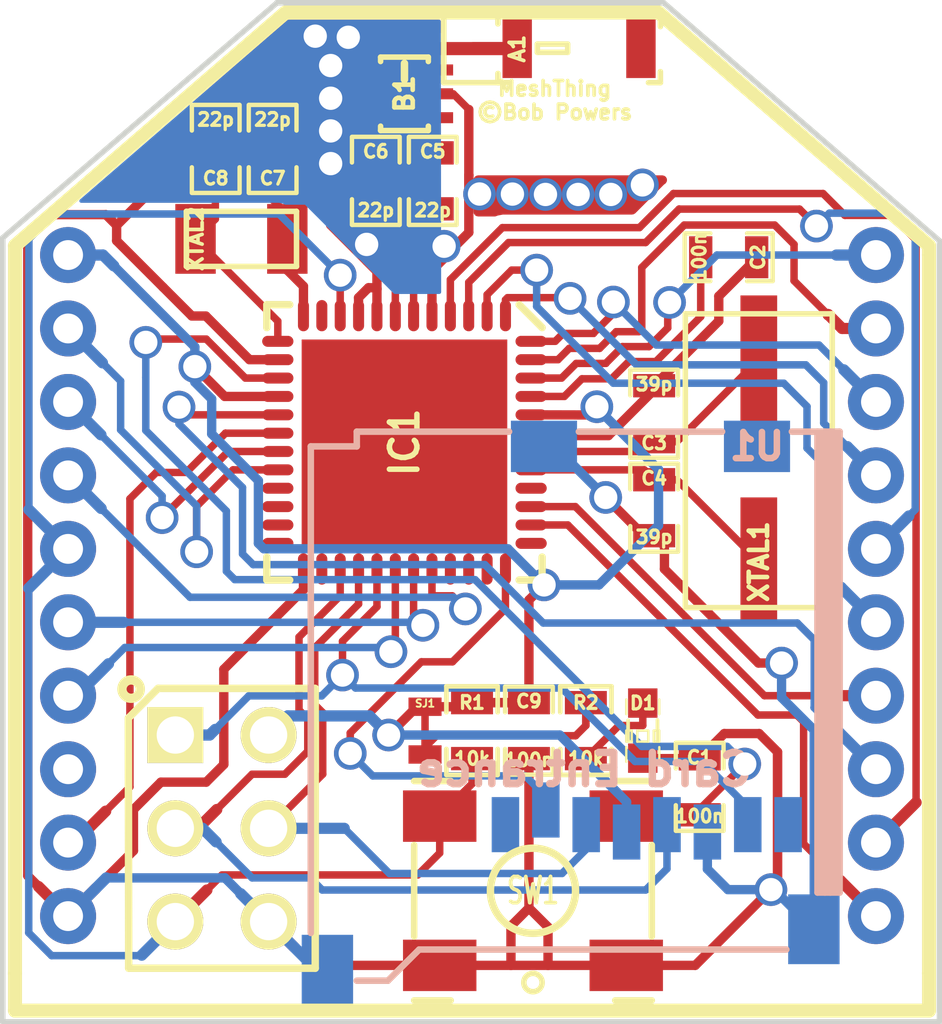
<source format=kicad_pcb>
(kicad_pcb (version 3) (host pcbnew "(2013-mar-13)-testing")

  (general
    (links 76)
    (no_connects 2)
    (area 135.784999 102.555134 161.479701 132.98625)
    (thickness 1.6)
    (drawings 7)
    (tracks 532)
    (zones 0)
    (modules 22)
    (nets 53)
  )

  (page A4)
  (title_block
    (title MeshThing)
    (rev 1.0)
  )

  (layers
    (15 F.Cu signal)
    (0 B.Cu signal)
    (16 B.Adhes user)
    (17 F.Adhes user)
    (18 B.Paste user)
    (19 F.Paste user)
    (20 B.SilkS user)
    (21 F.SilkS user)
    (22 B.Mask user)
    (23 F.Mask user)
    (24 Dwgs.User user)
    (25 Cmts.User user)
    (26 Eco1.User user)
    (27 Eco2.User user)
    (28 Edge.Cuts user)
  )

  (setup
    (last_trace_width 0.254)
    (user_trace_width 0.2032)
    (user_trace_width 0.254)
    (user_trace_width 0.3048)
    (user_trace_width 0.3556)
    (trace_clearance 0.2032)
    (zone_clearance 0.2032)
    (zone_45_only no)
    (trace_min 0.2032)
    (segment_width 0.2)
    (edge_width 0.15)
    (via_size 0.889)
    (via_drill 0.635)
    (via_min_size 0.889)
    (via_min_drill 0.508)
    (uvia_size 0.508)
    (uvia_drill 0.127)
    (uvias_allowed no)
    (uvia_min_size 0.508)
    (uvia_min_drill 0.127)
    (pcb_text_width 0.3)
    (pcb_text_size 1.5 1.5)
    (mod_edge_width 0.15)
    (mod_text_size 1.5 1.5)
    (mod_text_width 0.15)
    (pad_size 1.6 0.3556)
    (pad_drill 0)
    (pad_to_mask_clearance 0.2)
    (aux_axis_origin 135.66 132.51)
    (visible_elements FFFFEF7F)
    (pcbplotparams
      (layerselection 271613953)
      (usegerberextensions true)
      (excludeedgelayer true)
      (linewidth 0.100000)
      (plotframeref false)
      (viasonmask false)
      (mode 1)
      (useauxorigin false)
      (hpglpennumber 1)
      (hpglpenspeed 20)
      (hpglpendiameter 15)
      (hpglpenoverlay 2)
      (psnegative false)
      (psa4output false)
      (plotreference true)
      (plotvalue true)
      (plotothertext true)
      (plotinvisibletext false)
      (padsonsilk false)
      (subtractmaskfromsilk false)
      (outputformat 1)
      (mirror false)
      (drillshape 0)
      (scaleselection 1)
      (outputdirectory Gerbers/))
  )

  (net 0 "")
  (net 1 +3.3V)
  (net 2 GND)
  (net 3 MISO)
  (net 4 MOSI)
  (net 5 N-0000015)
  (net 6 N-0000016)
  (net 7 N-0000017)
  (net 8 N-0000018)
  (net 9 N-0000019)
  (net 10 N-0000024)
  (net 11 N-0000025)
  (net 12 N-0000028)
  (net 13 N-0000030)
  (net 14 N-0000031)
  (net 15 N-0000033)
  (net 16 N-0000034)
  (net 17 N-0000035)
  (net 18 N-0000037)
  (net 19 N-000004)
  (net 20 N-0000043)
  (net 21 N-0000044)
  (net 22 N-0000045)
  (net 23 N-0000046)
  (net 24 N-0000047)
  (net 25 N-0000048)
  (net 26 N-0000049)
  (net 27 N-000005)
  (net 28 N-0000050)
  (net 29 N-0000051)
  (net 30 N-0000053)
  (net 31 N-000006)
  (net 32 NC)
  (net 33 PB4)
  (net 34 PB5)
  (net 35 PB6)
  (net 36 PE2)
  (net 37 PE3)
  (net 38 PE4)
  (net 39 PE5)
  (net 40 PF0)
  (net 41 PF1)
  (net 42 PF2)
  (net 43 PF3-4)
  (net 44 PF5)
  (net 45 PF6)
  (net 46 PF7)
  (net 47 RX)
  (net 48 Reset)
  (net 49 SCK)
  (net 50 SCL)
  (net 51 SDA)
  (net 52 TX)

  (net_class Default "This is the default net class."
    (clearance 0.2032)
    (trace_width 0.254)
    (via_dia 0.889)
    (via_drill 0.635)
    (uvia_dia 0.508)
    (uvia_drill 0.127)
    (add_net "")
    (add_net +3.3V)
    (add_net GND)
    (add_net N-0000015)
    (add_net N-0000017)
    (add_net N-0000018)
    (add_net N-0000019)
    (add_net N-0000030)
    (add_net N-0000031)
    (add_net N-0000033)
    (add_net N-0000034)
    (add_net N-0000035)
    (add_net N-0000037)
    (add_net N-0000045)
    (add_net N-0000046)
    (add_net N-0000047)
    (add_net N-0000048)
    (add_net N-0000049)
    (add_net N-0000053)
    (add_net N-000006)
  )

  (net_class 12mil ""
    (clearance 0.2032)
    (trace_width 0.3048)
    (via_dia 0.889)
    (via_drill 0.635)
    (uvia_dia 0.508)
    (uvia_drill 0.127)
  )

  (net_class 8mil ""
    (clearance 0.2032)
    (trace_width 0.2032)
    (via_dia 0.889)
    (via_drill 0.635)
    (uvia_dia 0.508)
    (uvia_drill 0.127)
    (add_net MISO)
    (add_net MOSI)
    (add_net N-0000016)
    (add_net N-0000024)
    (add_net N-0000025)
    (add_net N-0000028)
    (add_net N-000004)
    (add_net N-0000043)
    (add_net N-0000044)
    (add_net N-000005)
    (add_net N-0000050)
    (add_net N-0000051)
    (add_net NC)
    (add_net PB4)
    (add_net PB5)
    (add_net PB6)
    (add_net PE2)
    (add_net PE3)
    (add_net PE4)
    (add_net PE5)
    (add_net PF0)
    (add_net PF1)
    (add_net PF2)
    (add_net PF3-4)
    (add_net PF5)
    (add_net PF6)
    (add_net PF7)
    (add_net RX)
    (add_net Reset)
    (add_net SCK)
    (add_net SCL)
    (add_net SDA)
    (add_net TX)
  )

  (module _MT_SM0603_Capa (layer F.Cu) (tedit 51CB9B1F) (tstamp 51CBFE49)
    (at 141.66 108.5 90)
    (path /51BE8D1F)
    (attr smd)
    (fp_text reference C8 (at -0.8 0 180) (layer F.SilkS)
      (effects (font (size 0.35 0.35) (thickness 0.0875)))
    )
    (fp_text value 22p (at 0.8 0 180) (layer F.SilkS)
      (effects (font (size 0.35 0.35) (thickness 0.0875)))
    )
    (fp_text user "" (at -0.8 0 180) (layer F.SilkS)
      (effects (font (size 0.35 0.35) (thickness 0.0875)))
    )
    (fp_line (start 0.50038 0.65024) (end 1.19888 0.65024) (layer F.SilkS) (width 0.11938))
    (fp_line (start -0.50038 0.65024) (end -1.19888 0.65024) (layer F.SilkS) (width 0.11938))
    (fp_line (start 0.50038 -0.65024) (end 1.19888 -0.65024) (layer F.SilkS) (width 0.11938))
    (fp_line (start -1.19888 -0.65024) (end -0.50038 -0.65024) (layer F.SilkS) (width 0.11938))
    (fp_line (start 1.19888 -0.635) (end 1.19888 0.635) (layer F.SilkS) (width 0.11938))
    (fp_line (start -1.19888 0.635) (end -1.19888 -0.635) (layer F.SilkS) (width 0.11938))
    (pad 1 smd rect (at -0.762 0 90) (size 0.635 1.143)
      (layers F.Cu F.Paste F.Mask)
      (net 5 N-0000015)
    )
    (pad 2 smd rect (at 0.762 0 90) (size 0.635 1.143)
      (layers F.Cu F.Paste F.Mask)
      (net 2 GND)
    )
    (model smd\capacitors\C0603.wrl
      (at (xyz 0 0 0.001))
      (scale (xyz 0.5 0.5 0.5))
      (rotate (xyz 0 0 0))
    )
  )

  (module _MT_SM0603_Capa (layer F.Cu) (tedit 51CB9B1F) (tstamp 51CD0ABA)
    (at 147.57 109.37 270)
    (path /51BB0A6C)
    (attr smd)
    (fp_text reference C5 (at -0.8 0 360) (layer F.SilkS)
      (effects (font (size 0.35 0.35) (thickness 0.0875)))
    )
    (fp_text value 22p (at 0.8 0 360) (layer F.SilkS)
      (effects (font (size 0.35 0.35) (thickness 0.0875)))
    )
    (fp_text user "" (at -0.8 0 360) (layer F.SilkS)
      (effects (font (size 0.35 0.35) (thickness 0.0875)))
    )
    (fp_line (start 0.50038 0.65024) (end 1.19888 0.65024) (layer F.SilkS) (width 0.11938))
    (fp_line (start -0.50038 0.65024) (end -1.19888 0.65024) (layer F.SilkS) (width 0.11938))
    (fp_line (start 0.50038 -0.65024) (end 1.19888 -0.65024) (layer F.SilkS) (width 0.11938))
    (fp_line (start -1.19888 -0.65024) (end -0.50038 -0.65024) (layer F.SilkS) (width 0.11938))
    (fp_line (start 1.19888 -0.635) (end 1.19888 0.635) (layer F.SilkS) (width 0.11938))
    (fp_line (start -1.19888 0.635) (end -1.19888 -0.635) (layer F.SilkS) (width 0.11938))
    (pad 1 smd rect (at -0.762 0 270) (size 0.635 1.143)
      (layers F.Cu F.Paste F.Mask)
      (net 7 N-0000017)
    )
    (pad 2 smd rect (at 0.762 0 270) (size 0.635 1.143)
      (layers F.Cu F.Paste F.Mask)
      (net 29 N-0000051)
    )
    (model smd\capacitors\C0603.wrl
      (at (xyz 0 0 0.001))
      (scale (xyz 0.5 0.5 0.5))
      (rotate (xyz 0 0 0))
    )
  )

  (module _MT_SM0603_Capa (layer F.Cu) (tedit 51CB9B1F) (tstamp 51CD0AC6)
    (at 146.02 109.37 270)
    (path /51BB0A79)
    (attr smd)
    (fp_text reference C6 (at -0.8 0 360) (layer F.SilkS)
      (effects (font (size 0.35 0.35) (thickness 0.0875)))
    )
    (fp_text value 22p (at 0.8 0 360) (layer F.SilkS)
      (effects (font (size 0.35 0.35) (thickness 0.0875)))
    )
    (fp_text user "" (at -0.8 0 360) (layer F.SilkS)
      (effects (font (size 0.35 0.35) (thickness 0.0875)))
    )
    (fp_line (start 0.50038 0.65024) (end 1.19888 0.65024) (layer F.SilkS) (width 0.11938))
    (fp_line (start -0.50038 0.65024) (end -1.19888 0.65024) (layer F.SilkS) (width 0.11938))
    (fp_line (start 0.50038 -0.65024) (end 1.19888 -0.65024) (layer F.SilkS) (width 0.11938))
    (fp_line (start -1.19888 -0.65024) (end -0.50038 -0.65024) (layer F.SilkS) (width 0.11938))
    (fp_line (start 1.19888 -0.635) (end 1.19888 0.635) (layer F.SilkS) (width 0.11938))
    (fp_line (start -1.19888 0.635) (end -1.19888 -0.635) (layer F.SilkS) (width 0.11938))
    (pad 1 smd rect (at -0.762 0 270) (size 0.635 1.143)
      (layers F.Cu F.Paste F.Mask)
      (net 8 N-0000018)
    )
    (pad 2 smd rect (at 0.762 0 270) (size 0.635 1.143)
      (layers F.Cu F.Paste F.Mask)
      (net 28 N-0000050)
    )
    (model smd\capacitors\C0603.wrl
      (at (xyz 0 0 0.001))
      (scale (xyz 0.5 0.5 0.5))
      (rotate (xyz 0 0 0))
    )
  )

  (module _MT_SM0603_Capa (layer F.Cu) (tedit 51CB9B1F) (tstamp 51CD0AD2)
    (at 143.21 108.5 90)
    (path /51BE8D06)
    (attr smd)
    (fp_text reference C7 (at -0.8 0 180) (layer F.SilkS)
      (effects (font (size 0.35 0.35) (thickness 0.0875)))
    )
    (fp_text value 22p (at 0.8 0 180) (layer F.SilkS)
      (effects (font (size 0.35 0.35) (thickness 0.0875)))
    )
    (fp_text user "" (at -0.8 0 180) (layer F.SilkS)
      (effects (font (size 0.35 0.35) (thickness 0.0875)))
    )
    (fp_line (start 0.50038 0.65024) (end 1.19888 0.65024) (layer F.SilkS) (width 0.11938))
    (fp_line (start -0.50038 0.65024) (end -1.19888 0.65024) (layer F.SilkS) (width 0.11938))
    (fp_line (start 0.50038 -0.65024) (end 1.19888 -0.65024) (layer F.SilkS) (width 0.11938))
    (fp_line (start -1.19888 -0.65024) (end -0.50038 -0.65024) (layer F.SilkS) (width 0.11938))
    (fp_line (start 1.19888 -0.635) (end 1.19888 0.635) (layer F.SilkS) (width 0.11938))
    (fp_line (start -1.19888 0.635) (end -1.19888 -0.635) (layer F.SilkS) (width 0.11938))
    (pad 1 smd rect (at -0.762 0 90) (size 0.635 1.143)
      (layers F.Cu F.Paste F.Mask)
      (net 6 N-0000016)
    )
    (pad 2 smd rect (at 0.762 0 90) (size 0.635 1.143)
      (layers F.Cu F.Paste F.Mask)
      (net 2 GND)
    )
    (model smd\capacitors\C0603.wrl
      (at (xyz 0 0 0.001))
      (scale (xyz 0.5 0.5 0.5))
      (rotate (xyz 0 0 0))
    )
  )

  (module _MT_SM0603_Capa (layer F.Cu) (tedit 51CB9B1F) (tstamp 51CD0ADE)
    (at 150.19 124.34 270)
    (path /51C2F773)
    (attr smd)
    (fp_text reference C9 (at -0.8 0 360) (layer F.SilkS)
      (effects (font (size 0.35 0.35) (thickness 0.0875)))
    )
    (fp_text value 100n (at 0.8 0 360) (layer F.SilkS)
      (effects (font (size 0.35 0.35) (thickness 0.0875)))
    )
    (fp_text user "" (at -0.8 0 360) (layer F.SilkS)
      (effects (font (size 0.35 0.35) (thickness 0.0875)))
    )
    (fp_line (start 0.50038 0.65024) (end 1.19888 0.65024) (layer F.SilkS) (width 0.11938))
    (fp_line (start -0.50038 0.65024) (end -1.19888 0.65024) (layer F.SilkS) (width 0.11938))
    (fp_line (start 0.50038 -0.65024) (end 1.19888 -0.65024) (layer F.SilkS) (width 0.11938))
    (fp_line (start -1.19888 -0.65024) (end -0.50038 -0.65024) (layer F.SilkS) (width 0.11938))
    (fp_line (start 1.19888 -0.635) (end 1.19888 0.635) (layer F.SilkS) (width 0.11938))
    (fp_line (start -1.19888 0.635) (end -1.19888 -0.635) (layer F.SilkS) (width 0.11938))
    (pad 1 smd rect (at -0.762 0 270) (size 0.635 1.143)
      (layers F.Cu F.Paste F.Mask)
      (net 1 +3.3V)
    )
    (pad 2 smd rect (at 0.762 0 270) (size 0.635 1.143)
      (layers F.Cu F.Paste F.Mask)
      (net 2 GND)
    )
    (model smd\capacitors\C0603.wrl
      (at (xyz 0 0 0.001))
      (scale (xyz 0.5 0.5 0.5))
      (rotate (xyz 0 0 0))
    )
  )

  (module _MT_SM0603_Capa (layer F.Cu) (tedit 51CB9B1F) (tstamp 51CD0A96)
    (at 155.63 111.45 180)
    (path /51BB0317)
    (attr smd)
    (fp_text reference C2 (at -0.8 0 270) (layer F.SilkS)
      (effects (font (size 0.35 0.35) (thickness 0.0875)))
    )
    (fp_text value 100n (at 0.8 0 270) (layer F.SilkS)
      (effects (font (size 0.35 0.35) (thickness 0.0875)))
    )
    (fp_text user "" (at -0.8 0 270) (layer F.SilkS)
      (effects (font (size 0.35 0.35) (thickness 0.0875)))
    )
    (fp_line (start 0.50038 0.65024) (end 1.19888 0.65024) (layer F.SilkS) (width 0.11938))
    (fp_line (start -0.50038 0.65024) (end -1.19888 0.65024) (layer F.SilkS) (width 0.11938))
    (fp_line (start 0.50038 -0.65024) (end 1.19888 -0.65024) (layer F.SilkS) (width 0.11938))
    (fp_line (start -1.19888 -0.65024) (end -0.50038 -0.65024) (layer F.SilkS) (width 0.11938))
    (fp_line (start 1.19888 -0.635) (end 1.19888 0.635) (layer F.SilkS) (width 0.11938))
    (fp_line (start -1.19888 0.635) (end -1.19888 -0.635) (layer F.SilkS) (width 0.11938))
    (pad 1 smd rect (at -0.762 0 180) (size 0.635 1.143)
      (layers F.Cu F.Paste F.Mask)
      (net 2 GND)
    )
    (pad 2 smd rect (at 0.762 0 180) (size 0.635 1.143)
      (layers F.Cu F.Paste F.Mask)
      (net 24 N-0000047)
    )
    (model smd\capacitors\C0603.wrl
      (at (xyz 0 0 0.001))
      (scale (xyz 0.5 0.5 0.5))
      (rotate (xyz 0 0 0))
    )
  )

  (module _MT_SM0603_Capa (layer F.Cu) (tedit 51CB9B1F) (tstamp 51CD0A8A)
    (at 154.84 125.87 270)
    (path /51BB02F2)
    (attr smd)
    (fp_text reference C1 (at -0.8 0 360) (layer F.SilkS)
      (effects (font (size 0.35 0.35) (thickness 0.0875)))
    )
    (fp_text value 100n (at 0.8 0 360) (layer F.SilkS)
      (effects (font (size 0.35 0.35) (thickness 0.0875)))
    )
    (fp_text user "" (at -0.8 0 360) (layer F.SilkS)
      (effects (font (size 0.35 0.35) (thickness 0.0875)))
    )
    (fp_line (start 0.50038 0.65024) (end 1.19888 0.65024) (layer F.SilkS) (width 0.11938))
    (fp_line (start -0.50038 0.65024) (end -1.19888 0.65024) (layer F.SilkS) (width 0.11938))
    (fp_line (start 0.50038 -0.65024) (end 1.19888 -0.65024) (layer F.SilkS) (width 0.11938))
    (fp_line (start -1.19888 -0.65024) (end -0.50038 -0.65024) (layer F.SilkS) (width 0.11938))
    (fp_line (start 1.19888 -0.635) (end 1.19888 0.635) (layer F.SilkS) (width 0.11938))
    (fp_line (start -1.19888 0.635) (end -1.19888 -0.635) (layer F.SilkS) (width 0.11938))
    (pad 1 smd rect (at -0.762 0 270) (size 0.635 1.143)
      (layers F.Cu F.Paste F.Mask)
      (net 2 GND)
    )
    (pad 2 smd rect (at 0.762 0 270) (size 0.635 1.143)
      (layers F.Cu F.Paste F.Mask)
      (net 26 N-0000049)
    )
    (model smd\capacitors\C0603.wrl
      (at (xyz 0 0 0.001))
      (scale (xyz 0.5 0.5 0.5))
      (rotate (xyz 0 0 0))
    )
  )

  (module _MT_SM0603_Capa (layer F.Cu) (tedit 51CB9B1F) (tstamp 51CD0AAE)
    (at 153.6 118.27 270)
    (path /51BB05DD)
    (attr smd)
    (fp_text reference C4 (at -0.8 0 360) (layer F.SilkS)
      (effects (font (size 0.35 0.35) (thickness 0.0875)))
    )
    (fp_text value 39p (at 0.8 0 360) (layer F.SilkS)
      (effects (font (size 0.35 0.35) (thickness 0.0875)))
    )
    (fp_text user "" (at -0.8 0 360) (layer F.SilkS)
      (effects (font (size 0.35 0.35) (thickness 0.0875)))
    )
    (fp_line (start 0.50038 0.65024) (end 1.19888 0.65024) (layer F.SilkS) (width 0.11938))
    (fp_line (start -0.50038 0.65024) (end -1.19888 0.65024) (layer F.SilkS) (width 0.11938))
    (fp_line (start 0.50038 -0.65024) (end 1.19888 -0.65024) (layer F.SilkS) (width 0.11938))
    (fp_line (start -1.19888 -0.65024) (end -0.50038 -0.65024) (layer F.SilkS) (width 0.11938))
    (fp_line (start 1.19888 -0.635) (end 1.19888 0.635) (layer F.SilkS) (width 0.11938))
    (fp_line (start -1.19888 0.635) (end -1.19888 -0.635) (layer F.SilkS) (width 0.11938))
    (pad 1 smd rect (at -0.762 0 270) (size 0.635 1.143)
      (layers F.Cu F.Paste F.Mask)
      (net 25 N-0000048)
    )
    (pad 2 smd rect (at 0.762 0 270) (size 0.635 1.143)
      (layers F.Cu F.Paste F.Mask)
      (net 2 GND)
    )
    (model smd\capacitors\C0603.wrl
      (at (xyz 0 0 0.001))
      (scale (xyz 0.5 0.5 0.5))
      (rotate (xyz 0 0 0))
    )
  )

  (module _MT_SM0603_Capa (layer F.Cu) (tedit 51CB9B1F) (tstamp 51CD0AA2)
    (at 153.6 115.71 90)
    (path /51BB05D0)
    (attr smd)
    (fp_text reference C3 (at -0.8 0 180) (layer F.SilkS)
      (effects (font (size 0.35 0.35) (thickness 0.0875)))
    )
    (fp_text value 39p (at 0.8 0 180) (layer F.SilkS)
      (effects (font (size 0.35 0.35) (thickness 0.0875)))
    )
    (fp_text user "" (at -0.8 0 180) (layer F.SilkS)
      (effects (font (size 0.35 0.35) (thickness 0.0875)))
    )
    (fp_line (start 0.50038 0.65024) (end 1.19888 0.65024) (layer F.SilkS) (width 0.11938))
    (fp_line (start -0.50038 0.65024) (end -1.19888 0.65024) (layer F.SilkS) (width 0.11938))
    (fp_line (start 0.50038 -0.65024) (end 1.19888 -0.65024) (layer F.SilkS) (width 0.11938))
    (fp_line (start -1.19888 -0.65024) (end -0.50038 -0.65024) (layer F.SilkS) (width 0.11938))
    (fp_line (start 1.19888 -0.635) (end 1.19888 0.635) (layer F.SilkS) (width 0.11938))
    (fp_line (start -1.19888 0.635) (end -1.19888 -0.635) (layer F.SilkS) (width 0.11938))
    (pad 1 smd rect (at -0.762 0 90) (size 0.635 1.143)
      (layers F.Cu F.Paste F.Mask)
      (net 30 N-0000053)
    )
    (pad 2 smd rect (at 0.762 0 90) (size 0.635 1.143)
      (layers F.Cu F.Paste F.Mask)
      (net 2 GND)
    )
    (model smd\capacitors\C0603.wrl
      (at (xyz 0 0 0.001))
      (scale (xyz 0.5 0.5 0.5))
      (rotate (xyz 0 0 0))
    )
  )

  (module _MT_SMTJumper (layer F.Cu) (tedit 51D0E7A3) (tstamp 51CA47D0)
    (at 147.36 124.34 270)
    (path /51C12882)
    (attr smd)
    (fp_text reference SJ1 (at -0.74 0 360) (layer F.SilkS)
      (effects (font (size 0.2 0.2) (thickness 0.05)))
    )
    (fp_text value SMTJPR (at 0 0 270) (layer F.SilkS) hide
      (effects (font (size 0.508 0.4572) (thickness 0.1143)))
    )
    (pad 1 smd rect (at -0.65 0 270) (size 0.5 0.9)
      (layers F.Cu F.Paste F.Mask)
      (net 1 +3.3V)
    )
    (pad 2 smd rect (at 0.65 0 270) (size 0.5 0.9)
      (layers F.Cu F.Paste F.Mask)
      (net 11 N-0000025)
    )
    (pad 3 smd rect (at 0 0 270) (size 1.5 0.2032)
      (layers F.Cu F.Paste F.Mask)
    )
    (model smd\resistors\R0603.wrl
      (at (xyz 0 0 0.001))
      (scale (xyz 0.5 0.5 0.5))
      (rotate (xyz 0 0 0))
    )
  )

  (module _MT_pin_array_3x2 (layer F.Cu) (tedit 51D12E97) (tstamp 51CA4770)
    (at 141.83 127 270)
    (descr "Double rangee de contacts 2 x 4 pins")
    (tags CONN)
    (path /51BE9A19)
    (fp_text reference H2 (at 0 -3.81 270) (layer F.SilkS) hide
      (effects (font (size 1.016 1.016) (thickness 0.2032)))
    )
    (fp_text value ICSP (at 0 3.81 270) (layer F.SilkS) hide
      (effects (font (size 1.016 1.016) (thickness 0.2032)))
    )
    (fp_line (start -3.81 -2.52) (end -3.81 1.74) (layer F.SilkS) (width 0.2032))
    (fp_line (start 3.81 2.54) (end -3 2.55) (layer F.SilkS) (width 0.2032))
    (fp_line (start -3.01 2.54) (end -3.81 1.74) (layer F.SilkS) (width 0.2032))
    (fp_circle (center -3.79 2.474) (end -4.04 2.474) (layer F.SilkS) (width 0.254))
    (fp_line (start -3.81 -2.54) (end 3.81 -2.54) (layer F.SilkS) (width 0.2032))
    (fp_line (start 3.81 -2.54) (end 3.81 2.54) (layer F.SilkS) (width 0.2032))
    (pad 1 thru_hole rect (at -2.54 1.27 270) (size 1.524 1.524) (drill 1.016)
      (layers *.Cu *.Mask F.SilkS)
      (net 3 MISO)
    )
    (pad 2 thru_hole circle (at -2.54 -1.27 270) (size 1.524 1.524) (drill 1.016)
      (layers *.Cu *.Mask F.SilkS)
      (net 1 +3.3V)
    )
    (pad 3 thru_hole circle (at 0 1.27 270) (size 1.524 1.524) (drill 1.016)
      (layers *.Cu *.Mask F.SilkS)
      (net 49 SCK)
    )
    (pad 4 thru_hole circle (at 0 -1.27 270) (size 1.524 1.524) (drill 1.016)
      (layers *.Cu *.Mask F.SilkS)
      (net 4 MOSI)
    )
    (pad 5 thru_hole circle (at 2.54 1.27 270) (size 1.524 1.524) (drill 1.016)
      (layers *.Cu *.Mask F.SilkS)
      (net 48 Reset)
    )
    (pad 6 thru_hole circle (at 2.54 -1.27 270) (size 1.524 1.524) (drill 1.016)
      (layers *.Cu *.Mask F.SilkS)
      (net 2 GND)
    )
    (model pin_array/pins_array_3x2.wrl
      (at (xyz 0 0 0))
      (scale (xyz 1 1 1))
      (rotate (xyz 0 0 0))
    )
  )

  (module _MT_Wuerth748421245 (layer F.Cu) (tedit 51D13FBF) (tstamp 51CBAD5D)
    (at 146.8 107 90)
    (path /51BB20BE)
    (fp_text reference B1 (at 0 0 90) (layer F.SilkS)
      (effects (font (size 0.5 0.5) (thickness 0.125)))
    )
    (fp_text value Balun (at 0 -2 90) (layer F.SilkS) hide
      (effects (font (size 1.5 1.5) (thickness 0.15)))
    )
    (fp_line (start -1 -0.65) (end -0.88 -0.65) (layer F.SilkS) (width 0.15))
    (fp_line (start 1 -0.65) (end 0.88 -0.65) (layer F.SilkS) (width 0.15))
    (fp_line (start 1 0.65) (end 0.88 0.65) (layer F.SilkS) (width 0.15))
    (fp_line (start -1 0.65) (end -0.88 0.65) (layer F.SilkS) (width 0.15))
    (fp_line (start 0.83 0) (end 0.39 0) (layer F.SilkS) (width 0.2032))
    (fp_line (start 1 -0.65) (end 1 0.65) (layer F.SilkS) (width 0.15))
    (fp_line (start -1 0.65) (end -1 -0.65) (layer F.SilkS) (width 0.15))
    (pad 1 smd rect (at 0.65 -0.825 90) (size 0.3 1)
      (layers F.Cu F.Paste F.Mask)
      (net 9 N-0000019)
    )
    (pad 2 smd rect (at 0 -0.825 90) (size 0.3 1)
      (layers F.Cu F.Paste F.Mask)
      (net 2 GND)
    )
    (pad 3 smd rect (at -0.65 -0.825 90) (size 0.3 1)
      (layers F.Cu F.Paste F.Mask)
      (net 8 N-0000018)
    )
    (pad 4 smd rect (at -0.65 0.825 90) (size 0.3 1)
      (layers F.Cu F.Paste F.Mask)
      (net 7 N-0000017)
    )
    (pad 5 smd rect (at 0 0.825 90) (size 0.3 1)
      (layers F.Cu F.Paste F.Mask)
      (net 2 GND)
    )
    (pad 6 smd rect (at 0.65 0.825 90) (size 0.3 1)
      (layers F.Cu F.Paste F.Mask)
      (net 19 N-000004)
    )
  )

  (module _MT_QFN50P700X700-49N-MeshThingWPad (layer F.Cu) (tedit 51D14059) (tstamp 51CBAF4E)
    (at 146.8 116.49 270)
    (path /51BB00C4)
    (attr smd)
    (fp_text reference IC1 (at 0 0 270) (layer F.SilkS)
      (effects (font (size 0.7493 0.7493) (thickness 0.14986)))
    )
    (fp_text value ATMEGA2564/1284/644RFR2 (at 0 -4.50088 270) (layer F.SilkS) hide
      (effects (font (size 0.7493 0.7493) (thickness 0.14986)))
    )
    (fp_line (start -3.1242 3.74904) (end -3.74904 3.74904) (layer F.SilkS) (width 0.20066))
    (fp_line (start -3.74904 3.74904) (end -3.74904 3.1242) (layer F.SilkS) (width 0.20066))
    (fp_line (start 3.74904 3.1242) (end 3.74904 3.74904) (layer F.SilkS) (width 0.20066))
    (fp_line (start 3.74904 3.74904) (end 3.1242 3.74904) (layer F.SilkS) (width 0.20066))
    (fp_line (start 3.1242 -3.74904) (end 3.74904 -3.74904) (layer F.SilkS) (width 0.20066))
    (fp_line (start 3.74904 -3.74904) (end 3.74904 -3.1242) (layer F.SilkS) (width 0.20066))
    (fp_line (start -3.74904 -3.1242) (end -3.1242 -3.74904) (layer F.SilkS) (width 0.20066))
    (pad 1 smd oval (at -3.44932 -2.75082 270) (size 0.8509 0.29972)
      (layers F.Cu F.Paste F.Mask)
      (net 43 PF3-4)
    )
    (pad 2 smd oval (at -3.44932 -2.25044 270) (size 0.8509 0.29972)
      (layers F.Cu F.Paste F.Mask)
      (net 44 PF5)
    )
    (pad 3 smd oval (at -3.44932 -1.75006 270) (size 0.8509 0.29972)
      (layers F.Cu F.Paste F.Mask)
      (net 45 PF6)
    )
    (pad 4 smd oval (at -3.44932 -1.24968 270) (size 0.8509 0.29972)
      (layers F.Cu F.Paste F.Mask)
      (net 46 PF7)
    )
    (pad 5 smd oval (at -3.44932 -0.7493 270) (size 0.8509 0.29972)
      (layers F.Cu F.Paste F.Mask)
      (net 2 GND)
    )
    (pad 6 smd oval (at -3.44932 -0.24892 270) (size 0.8509 0.29972)
      (layers F.Cu F.Paste F.Mask)
      (net 29 N-0000051)
    )
    (pad 7 smd oval (at -3.44932 0.24892 270) (size 0.8509 0.29972)
      (layers F.Cu F.Paste F.Mask)
      (net 28 N-0000050)
    )
    (pad 8 smd oval (at -3.44932 0.7493 270) (size 0.8509 0.29972)
      (layers F.Cu F.Paste F.Mask)
      (net 2 GND)
    )
    (pad 9 smd oval (at -3.44932 1.24968 270) (size 0.8509 0.29972)
      (layers F.Cu F.Paste F.Mask)
      (net 2 GND)
    )
    (pad 10 smd oval (at -3.44932 1.75006 270) (size 0.8509 0.29972)
      (layers F.Cu F.Paste F.Mask)
      (net 48 Reset)
    )
    (pad 11 smd oval (at -3.44932 2.25044 270) (size 0.8509 0.29972)
      (layers F.Cu F.Paste F.Mask)
      (net 17 N-0000035)
    )
    (pad 12 smd oval (at -3.44932 2.75082 270) (size 0.8509 0.29972)
      (layers F.Cu F.Paste F.Mask)
      (net 6 N-0000016)
    )
    (pad 25 smd oval (at 3.44932 2.75082 270) (size 0.8509 0.29972)
      (layers F.Cu F.Paste F.Mask)
      (net 2 GND)
    )
    (pad 26 smd oval (at 3.44932 2.25044 270) (size 0.8509 0.29972)
      (layers F.Cu F.Paste F.Mask)
      (net 14 N-0000031)
    )
    (pad 27 smd oval (at 3.44932 1.75006 270) (size 0.8509 0.29972)
      (layers F.Cu F.Paste F.Mask)
      (net 49 SCK)
    )
    (pad 28 smd oval (at 3.44932 1.24968 270) (size 0.8509 0.29972)
      (layers F.Cu F.Paste F.Mask)
      (net 4 MOSI)
    )
    (pad 29 smd oval (at 3.44932 0.7493 270) (size 0.8509 0.29972)
      (layers F.Cu F.Paste F.Mask)
      (net 3 MISO)
    )
    (pad 30 smd oval (at 3.44932 0.24892 270) (size 0.8509 0.29972)
      (layers F.Cu F.Paste F.Mask)
      (net 33 PB4)
    )
    (pad 31 smd oval (at 3.44932 -0.24892 270) (size 0.8509 0.29972)
      (layers F.Cu F.Paste F.Mask)
      (net 34 PB5)
    )
    (pad 32 smd oval (at 3.44932 -0.7493 270) (size 0.8509 0.29972)
      (layers F.Cu F.Paste F.Mask)
      (net 35 PB6)
    )
    (pad 33 smd oval (at 3.44932 -1.24968 270) (size 0.8509 0.29972)
      (layers F.Cu F.Paste F.Mask)
      (net 13 N-0000030)
    )
    (pad 34 smd oval (at 3.44932 -1.75006 270) (size 0.8509 0.29972)
      (layers F.Cu F.Paste F.Mask)
      (net 15 N-0000033)
    )
    (pad 35 smd oval (at 3.44932 -2.25044 270) (size 0.8509 0.29972)
      (layers F.Cu F.Paste F.Mask)
      (net 18 N-0000037)
    )
    (pad 36 smd oval (at 3.44932 -2.75082 270) (size 0.8509 0.29972)
      (layers F.Cu F.Paste F.Mask)
      (net 36 PE2)
    )
    (pad 13 smd oval (at -2.75082 3.44932 270) (size 0.29972 0.8509)
      (layers F.Cu F.Paste F.Mask)
      (net 5 N-0000015)
    )
    (pad 14 smd oval (at -2.25044 3.44932 270) (size 0.29972 0.8509)
      (layers F.Cu F.Paste F.Mask)
      (net 2 GND)
    )
    (pad 15 smd oval (at -1.75006 3.44932 270) (size 0.29972 0.8509)
      (layers F.Cu F.Paste F.Mask)
      (net 26 N-0000049)
    )
    (pad 16 smd oval (at -1.24968 3.44932 270) (size 0.29972 0.8509)
      (layers F.Cu F.Paste F.Mask)
      (net 1 +3.3V)
    )
    (pad 17 smd oval (at -0.7493 3.44932 270) (size 0.29972 0.8509)
      (layers F.Cu F.Paste F.Mask)
      (net 50 SCL)
    )
    (pad 18 smd oval (at -0.24892 3.44932 270) (size 0.29972 0.8509)
      (layers F.Cu F.Paste F.Mask)
      (net 51 SDA)
    )
    (pad 19 smd oval (at 0.24892 3.44932 270) (size 0.29972 0.8509)
      (layers F.Cu F.Paste F.Mask)
      (net 47 RX)
    )
    (pad 20 smd oval (at 0.7493 3.44932 270) (size 0.29972 0.8509)
      (layers F.Cu F.Paste F.Mask)
      (net 52 TX)
    )
    (pad 21 smd oval (at 1.24968 3.44932 270) (size 0.29972 0.8509)
      (layers F.Cu F.Paste F.Mask)
      (net 22 N-0000045)
    )
    (pad 22 smd oval (at 1.75006 3.44932 270) (size 0.29972 0.8509)
      (layers F.Cu F.Paste F.Mask)
      (net 21 N-0000044)
    )
    (pad 23 smd oval (at 2.25044 3.44932 270) (size 0.29972 0.8509)
      (layers F.Cu F.Paste F.Mask)
      (net 20 N-0000043)
    )
    (pad 24 smd oval (at 2.75082 3.44932 270) (size 0.29972 0.8509)
      (layers F.Cu F.Paste F.Mask)
      (net 16 N-0000034)
    )
    (pad 37 smd oval (at 2.75082 -3.44932 270) (size 0.29972 0.8509)
      (layers F.Cu F.Paste F.Mask)
      (net 37 PE3)
    )
    (pad 38 smd oval (at 2.25044 -3.44932 270) (size 0.29972 0.8509)
      (layers F.Cu F.Paste F.Mask)
      (net 38 PE4)
    )
    (pad 39 smd oval (at 1.75006 -3.44932 270) (size 0.29972 0.8509)
      (layers F.Cu F.Paste F.Mask)
      (net 39 PE5)
    )
    (pad 40 smd oval (at 1.24968 -3.44932 270) (size 0.29972 0.8509)
      (layers F.Cu F.Paste F.Mask)
      (net 23 N-0000046)
    )
    (pad 41 smd oval (at 0.7493 -3.44932 270) (size 0.29972 0.8509)
      (layers F.Cu F.Paste F.Mask)
      (net 25 N-0000048)
    )
    (pad 42 smd oval (at 0.24892 -3.44932 270) (size 0.29972 0.8509)
      (layers F.Cu F.Paste F.Mask)
      (net 30 N-0000053)
    )
    (pad 43 smd oval (at -0.24892 -3.44932 270) (size 0.29972 0.8509)
      (layers F.Cu F.Paste F.Mask)
      (net 2 GND)
    )
    (pad 44 smd oval (at -0.7493 -3.44932 270) (size 0.29972 0.8509)
      (layers F.Cu F.Paste F.Mask)
      (net 1 +3.3V)
    )
    (pad 45 smd oval (at -1.24968 -3.44932 270) (size 0.29972 0.8509)
      (layers F.Cu F.Paste F.Mask)
      (net 24 N-0000047)
    )
    (pad 46 smd oval (at -1.75006 -3.44932 270) (size 0.29972 0.8509)
      (layers F.Cu F.Paste F.Mask)
      (net 40 PF0)
    )
    (pad 47 smd oval (at -2.25044 -3.44932 270) (size 0.29972 0.8509)
      (layers F.Cu F.Paste F.Mask)
      (net 41 PF1)
    )
    (pad 48 smd oval (at -2.75082 -3.44932 270) (size 0.29972 0.8509)
      (layers F.Cu F.Paste F.Mask)
      (net 42 PF2)
    )
    (pad 49 smd rect (at 0 0 270) (size 5.6 5.6)
      (layers F.Cu F.Paste F.Mask)
      (net 2 GND)
    )
    (model QFN50P700X700-49N.wrl
      (at (xyz 0 0 0))
      (scale (xyz 1 1 1))
      (rotate (xyz 0 0 0))
    )
  )

  (module _MT_Switch_SMT_EVQ_NCPads (layer F.Cu) (tedit 51D14463) (tstamp 51CA47DF)
    (at 150.3 128.7 180)
    (descr "EVQ-Q2F03W Compatible")
    (tags "Switch SMT")
    (path /51BB1BEA)
    (attr smd)
    (fp_text reference SW1 (at 0 0 180) (layer F.SilkS)
      (effects (font (size 0.7112 0.4572) (thickness 0.1016)))
    )
    (fp_text value RST (at 0 -3.683 180) (layer F.SilkS) hide
      (effects (font (size 0.6604 0.5588) (thickness 0.1397)))
    )
    (fp_circle (center 0 -2.5) (end 0.25 -2.5) (layer F.SilkS) (width 0.15))
    (fp_line (start -2.24028 2.98704) (end -3.23596 2.98704) (layer F.SilkS) (width 0.1778))
    (fp_line (start 3.23596 2.98704) (end 2.24028 2.98704) (layer F.SilkS) (width 0.1778))
    (fp_line (start -3.23596 -2.98704) (end -2.24028 -2.98704) (layer F.SilkS) (width 0.1778))
    (fp_line (start 3.23596 -2.98704) (end 2.24028 -2.98704) (layer F.SilkS) (width 0.1778))
    (fp_line (start -3.23596 -1.2446) (end -3.23596 1.2446) (layer F.SilkS) (width 0.1778))
    (fp_line (start 3.23596 1.2446) (end 3.23596 -1.2446) (layer F.SilkS) (width 0.1778))
    (fp_circle (center 0 0) (end 1.143 0.1905) (layer F.SilkS) (width 0.2032))
    (pad 1 smd rect (at 2.54 -2.032 180) (size 1.99898 1.39954)
      (layers F.Cu F.Paste F.Mask)
      (net 2 GND)
    )
    (pad 2 smd rect (at 2.54 2.032 180) (size 1.99898 1.39954)
      (layers F.Cu F.Paste F.Mask)
      (net 48 Reset)
    )
    (pad 1 smd rect (at -2.54 -2.032 180) (size 1.99898 1.39954)
      (layers F.Cu F.Paste F.Mask)
      (net 2 GND)
    )
    (pad "" smd rect (at -2.54 2.032 180) (size 1.99898 1.39954)
      (layers F.Cu F.Paste F.Mask)
    )
  )

  (module _MT_CM315-Crystal (layer F.Cu) (tedit 51D145BF) (tstamp 51CA4833)
    (at 142.36 110.95 180)
    (path /51BE8BFD)
    (fp_text reference XTAL2 (at 1.25 0 270) (layer F.SilkS)
      (effects (font (size 0.4 0.4) (thickness 0.1)))
    )
    (fp_text value 32.768kHz (at -1.25 0 270) (layer F.SilkS) hide
      (effects (font (size 0.5 0.5) (thickness 0.125)))
    )
    (fp_line (start 1.5 0.75) (end 1.5 -0.75) (layer F.SilkS) (width 0.15))
    (fp_line (start 1.5 -0.75) (end -1.5 -0.75) (layer F.SilkS) (width 0.15))
    (fp_line (start -1.5 -0.75) (end -1.5 0.75) (layer F.SilkS) (width 0.15))
    (fp_line (start -1.5 0.75) (end 1.5 0.75) (layer F.SilkS) (width 0.15))
    (pad 1 smd rect (at 1.25 0 180) (size 1.1 1.9)
      (layers F.Cu F.Paste F.Mask)
      (net 5 N-0000015)
    )
    (pad 2 smd rect (at -1.25 0 180) (size 1.1 1.9)
      (layers F.Cu F.Paste F.Mask)
      (net 6 N-0000016)
    )
  )

  (module _MT_CSM-3X-Crystal (layer F.Cu) (tedit 51D1470C) (tstamp 51CBAFDF)
    (at 156.45 116.99 90)
    (path /51BB0547)
    (fp_text reference XTAL1 (at -2.75 0 90) (layer F.SilkS)
      (effects (font (size 0.5 0.5) (thickness 0.125)))
    )
    (fp_text value 16MHz (at 2.75 0 90) (layer F.SilkS) hide
      (effects (font (size 0.5 0.5) (thickness 0.125)))
    )
    (fp_line (start -4 -2) (end 4 -2) (layer F.SilkS) (width 0.15))
    (fp_line (start 4 -2) (end 4 2) (layer F.SilkS) (width 0.15))
    (fp_line (start 4 2) (end -4 2) (layer F.SilkS) (width 0.15))
    (fp_line (start -4 2) (end -4 -2) (layer F.SilkS) (width 0.15))
    (pad 1 smd rect (at -2.75 0 90) (size 3.5 1)
      (layers F.Cu F.Paste F.Mask)
      (net 25 N-0000048)
    )
    (pad 2 smd rect (at 2.75 0 90) (size 3.5 1)
      (layers F.Cu F.Paste F.Mask)
      (net 30 N-0000053)
    )
  )

  (module _MT_SM0603_Resistor (layer F.Cu) (tedit 51D14923) (tstamp 51CA47C4)
    (at 151.74 124.34 270)
    (path /51BB1522)
    (attr smd)
    (fp_text reference R2 (at -0.762 0 360) (layer F.SilkS)
      (effects (font (size 0.35 0.35) (thickness 0.0875)))
    )
    (fp_text value 10k (at 0.762 0 360) (layer F.SilkS)
      (effects (font (size 0.35 0.35) (thickness 0.0875)))
    )
    (fp_line (start -0.50038 -0.6985) (end -1.2065 -0.6985) (layer F.SilkS) (width 0.127))
    (fp_line (start -1.2065 -0.6985) (end -1.2065 0.6985) (layer F.SilkS) (width 0.127))
    (fp_line (start -1.2065 0.6985) (end -0.50038 0.6985) (layer F.SilkS) (width 0.127))
    (fp_line (start 1.2065 -0.6985) (end 0.50038 -0.6985) (layer F.SilkS) (width 0.127))
    (fp_line (start 1.2065 -0.6985) (end 1.2065 0.6985) (layer F.SilkS) (width 0.127))
    (fp_line (start 1.2065 0.6985) (end 0.50038 0.6985) (layer F.SilkS) (width 0.127))
    (pad 1 smd rect (at -0.762 0 270) (size 0.635 1.143)
      (layers F.Cu F.Paste F.Mask)
      (net 11 N-0000025)
    )
    (pad 2 smd rect (at 0.762 0 270) (size 0.635 1.143)
      (layers F.Cu F.Paste F.Mask)
      (net 10 N-0000024)
    )
    (model smd\resistors\R0603.wrl
      (at (xyz 0 0 0.001))
      (scale (xyz 0.5 0.5 0.5))
      (rotate (xyz 0 0 0))
    )
  )

  (module _MT_SM0603_Resistor (layer F.Cu) (tedit 51D14923) (tstamp 51CA47B8)
    (at 148.64 124.34 270)
    (path /51BB1C5E)
    (attr smd)
    (fp_text reference R1 (at -0.762 0 360) (layer F.SilkS)
      (effects (font (size 0.35 0.35) (thickness 0.0875)))
    )
    (fp_text value 10k (at 0.762 0 360) (layer F.SilkS)
      (effects (font (size 0.35 0.35) (thickness 0.0875)))
    )
    (fp_line (start -0.50038 -0.6985) (end -1.2065 -0.6985) (layer F.SilkS) (width 0.127))
    (fp_line (start -1.2065 -0.6985) (end -1.2065 0.6985) (layer F.SilkS) (width 0.127))
    (fp_line (start -1.2065 0.6985) (end -0.50038 0.6985) (layer F.SilkS) (width 0.127))
    (fp_line (start 1.2065 -0.6985) (end 0.50038 -0.6985) (layer F.SilkS) (width 0.127))
    (fp_line (start 1.2065 -0.6985) (end 1.2065 0.6985) (layer F.SilkS) (width 0.127))
    (fp_line (start 1.2065 0.6985) (end 0.50038 0.6985) (layer F.SilkS) (width 0.127))
    (pad 1 smd rect (at -0.762 0 270) (size 0.635 1.143)
      (layers F.Cu F.Paste F.Mask)
      (net 1 +3.3V)
    )
    (pad 2 smd rect (at 0.762 0 270) (size 0.635 1.143)
      (layers F.Cu F.Paste F.Mask)
      (net 48 Reset)
    )
    (model smd\resistors\R0603.wrl
      (at (xyz 0 0 0.001))
      (scale (xyz 0.5 0.5 0.5))
      (rotate (xyz 0 0 0))
    )
  )

  (module _MT_microSD_3M_290805 (layer B.Cu) (tedit 51D14B8B) (tstamp 51CA47FE)
    (at 149.55 126.9)
    (tags "microSD 3M 290805 DigiKey 3M5607CT-ND Opendous")
    (path /51BAA75F)
    (attr smd)
    (fp_text reference U1 (at 6.85 -10.3) (layer B.SilkS)
      (effects (font (size 0.7112 0.7112) (thickness 0.1778)) (justify mirror))
    )
    (fp_text value CONN_MICROSD (at 2.413 -2.413) (layer B.SilkS) hide
      (effects (font (size 0.8128 0.7112) (thickness 0.1778)) (justify mirror))
    )
    (fp_text user "Card Entrance" (at 2.159 -1.5) (layer B.SilkS)
      (effects (font (size 0.85 0.85) (thickness 0.2032)) (justify mirror))
    )
    (fp_line (start 8.60044 -10.65022) (end 8.60044 1.80086) (layer B.SilkS) (width 0.1778))
    (fp_line (start 8.6995 1.84912) (end 8.6995 -10.70102) (layer B.SilkS) (width 0.1778))
    (fp_line (start 8.95096 -10.65022) (end 8.95096 1.80086) (layer B.SilkS) (width 0.1778))
    (fp_line (start 9.10082 -10.70102) (end 8.84936 -10.70102) (layer B.SilkS) (width 0.1778))
    (fp_line (start 9.10082 1.84912) (end 9.10082 -10.70102) (layer B.SilkS) (width 0.1778))
    (fp_line (start 8.49884 1.84912) (end 8.49884 -10.70102) (layer B.SilkS) (width 0.1778))
    (fp_line (start 9.10082 1.84912) (end 8.49884 1.84912) (layer B.SilkS) (width 0.1778))
    (fp_line (start -4.04876 -10.70102) (end -4.04876 -10.2997) (layer B.SilkS) (width 0.1778))
    (fp_line (start -5.30098 2.94894) (end -5.30098 -10.2997) (layer B.SilkS) (width 0.1778))
    (fp_line (start -5.30098 -10.2997) (end -4.04876 -10.2997) (layer B.SilkS) (width 0.1778))
    (fp_line (start 7.65048 3.40106) (end -2.3495 3.40106) (layer B.SilkS) (width 0.1778))
    (fp_line (start -2.3495 3.40106) (end -3.2004 4.24942) (layer B.SilkS) (width 0.1778))
    (fp_line (start -3.2004 4.24942) (end -4.04876 4.24942) (layer B.SilkS) (width 0.1778))
    (fp_line (start 0.09906 -10.70102) (end -4.04876 -10.70102) (layer B.SilkS) (width 0.1778))
    (fp_line (start 5.90042 -10.70102) (end 1.99898 -10.70102) (layer B.SilkS) (width 0.1778))
    (fp_line (start 8.84936 -10.70102) (end 7.80034 -10.70102) (layer B.SilkS) (width 0.1778))
    (fp_line (start 8.84936 1.84912) (end 8.84936 -10.70102) (layer B.SilkS) (width 0.1778))
    (pad 7 smd rect (at 6.59892 0) (size 0.7493 1.50114)
      (layers B.Cu B.Paste B.Mask)
      (net 3 MISO)
    )
    (pad 8 smd rect (at 7.69874 0) (size 0.7493 1.50114)
      (layers B.Cu B.Paste B.Mask)
      (net 31 N-000006)
    )
    (pad 6 smd rect (at 5.4991 0.20066) (size 0.7493 1.50114)
      (layers B.Cu B.Paste B.Mask)
      (net 2 GND)
    )
    (pad 5 smd rect (at 4.39928 0) (size 0.7493 1.50114)
      (layers B.Cu B.Paste B.Mask)
      (net 49 SCK)
    )
    (pad 1 smd rect (at 0 0) (size 0.7493 1.50114)
      (layers B.Cu B.Paste B.Mask)
      (net 27 N-000005)
    )
    (pad 2 smd rect (at 1.09982 -0.39878) (size 0.7493 1.50114)
      (layers B.Cu B.Paste B.Mask)
      (net 36 PE2)
    )
    (pad 3 smd rect (at 2.19964 0) (size 0.7493 1.50114)
      (layers B.Cu B.Paste B.Mask)
      (net 4 MOSI)
    )
    (pad 4 smd rect (at 3.29946 0.20066) (size 0.7493 1.50114)
      (layers B.Cu B.Paste B.Mask)
      (net 1 +3.3V)
    )
    (pad 9 smd rect (at 8.39978 2.84988) (size 1.39954 1.89992)
      (layers B.Cu B.Paste B.Mask)
      (net 2 GND)
    )
    (pad 9 smd rect (at -4.84886 3.9497) (size 1.39954 1.89992)
      (layers B.Cu B.Paste B.Mask)
      (net 2 GND)
    )
    (pad "" smd rect (at 6.85038 -10.2997) (size 1.80086 1.39954)
      (layers B.Cu B.Paste B.Mask)
    )
    (pad 9 smd rect (at 1.04902 -10.2997) (size 1.80086 1.39954)
      (layers B.Cu B.Paste B.Mask)
      (net 2 GND)
    )
  )

  (module _MT_LED-0603 (layer F.Cu) (tedit 51D15FAA) (tstamp 51CA4762)
    (at 153.29 124.34 270)
    (descr "LED 0603 smd package")
    (tags "LED led 0603 SMD smd SMT smt smdled SMDLED smtled SMTLED")
    (path /51BB1536)
    (attr smd)
    (fp_text reference D1 (at -0.75 0 360) (layer F.SilkS)
      (effects (font (size 0.35 0.35) (thickness 0.0875)))
    )
    (fp_text value LED (at 0.75 0 360) (layer F.SilkS) hide
      (effects (font (size 0.35 0.35) (thickness 0.0875)))
    )
    (fp_line (start -0.29 -0.4) (end 0.28 -0.4) (layer F.SilkS) (width 0.1016))
    (fp_line (start -0.28 0.4) (end 0.27 0.4) (layer F.SilkS) (width 0.1016))
    (fp_line (start 0.44958 0.44958) (end 0.84836 0.44958) (layer F.SilkS) (width 0.06604))
    (fp_line (start 0.44958 -0.44958) (end 0.84836 -0.44958) (layer F.SilkS) (width 0.06604))
    (fp_line (start -0.84836 0.44958) (end -0.44958 0.44958) (layer F.SilkS) (width 0.06604))
    (fp_line (start -0.84836 -0.44958) (end -0.44958 -0.44958) (layer F.SilkS) (width 0.06604))
    (fp_line (start 0 -0.44958) (end 0 -0.29972) (layer F.SilkS) (width 0.06604))
    (fp_line (start 0 -0.29972) (end 0.29972 -0.29972) (layer F.SilkS) (width 0.06604))
    (fp_line (start 0.29972 -0.44958) (end 0.29972 -0.29972) (layer F.SilkS) (width 0.06604))
    (fp_line (start 0 -0.44958) (end 0.29972 -0.44958) (layer F.SilkS) (width 0.06604))
    (fp_line (start 0 0.29972) (end 0 0.44958) (layer F.SilkS) (width 0.06604))
    (fp_line (start 0 0.44958) (end 0.29972 0.44958) (layer F.SilkS) (width 0.06604))
    (fp_line (start 0.29972 0.29972) (end 0.29972 0.44958) (layer F.SilkS) (width 0.06604))
    (fp_line (start 0 0.29972) (end 0.29972 0.29972) (layer F.SilkS) (width 0.06604))
    (fp_line (start 0 -0.14986) (end 0 0.14986) (layer F.SilkS) (width 0.06604))
    (fp_line (start 0 0.14986) (end 0.29972 0.14986) (layer F.SilkS) (width 0.06604))
    (fp_line (start 0.29972 -0.14986) (end 0.29972 0.14986) (layer F.SilkS) (width 0.06604))
    (fp_line (start 0 -0.14986) (end 0.29972 -0.14986) (layer F.SilkS) (width 0.06604))
    (pad 1 smd rect (at -0.75 0 270) (size 0.8 0.8)
      (layers F.Cu F.Paste F.Mask)
      (net 10 N-0000024)
    )
    (pad 2 smd rect (at 0.75 0 270) (size 0.8 0.8)
      (layers F.Cu F.Paste F.Mask)
      (net 2 GND)
    )
  )

  (module _MT_XBee_Board_STD_THPads (layer F.Cu) (tedit 51CA49A9) (tstamp 51CBA7E2)
    (at 148.64 111.39)
    (path /51BAD430)
    (fp_text reference U2 (at -6.35 7.62 90) (layer F.SilkS) hide
      (effects (font (thickness 0.3048)))
    )
    (fp_text value XBEE (at 4.445 11.43) (layer F.SilkS) hide
      (effects (font (thickness 0.3048)))
    )
    (fp_line (start -12.446 19.558) (end -12.446 20.574) (layer F.SilkS) (width 0.381))
    (fp_line (start 12.446 19.558) (end 12.446 20.574) (layer F.SilkS) (width 0.381))
    (fp_line (start -12.446 19.558) (end -12.446 -0.254) (layer F.SilkS) (width 0.381))
    (fp_line (start 12.446 0) (end 12.446 -0.254) (layer F.SilkS) (width 0.381))
    (fp_line (start 12.446 19.558) (end 12.446 0) (layer F.SilkS) (width 0.381))
    (fp_line (start -12.446 20.574) (end 12.446 20.574) (layer F.SilkS) (width 0.381))
    (fp_line (start 12.446 -0.254) (end 5.08 -6.604) (layer F.SilkS) (width 0.381))
    (fp_line (start -12.446 -0.254) (end -5.08 -6.604) (layer F.SilkS) (width 0.381))
    (fp_line (start -5.08 -6.604) (end 5.08 -6.604) (layer F.SilkS) (width 0.381))
    (pad 20 thru_hole circle (at 11.00074 0) (size 1.524 1.524) (drill 0.8128)
      (layers *.Cu)
      (net 40 PF0)
    )
    (pad 16 thru_hole circle (at 11.00074 8.001) (size 1.524 1.524) (drill 0.8128)
      (layers *.Cu)
      (net 45 PF6)
    )
    (pad 14 thru_hole circle (at 11.00074 11.99896) (size 1.524 1.524) (drill 0.8128)
      (layers *.Cu)
      (net 39 PE5)
    )
    (pad 15 thru_hole circle (at 11.00074 9.99998) (size 1.524 1.524) (drill 0.8128)
      (layers *.Cu)
      (net 44 PF5)
    )
    (pad 18 thru_hole circle (at 11.00074 4.0005) (size 1.524 1.524) (drill 0.8128)
      (layers *.Cu)
      (net 42 PF2)
    )
    (pad 17 thru_hole circle (at 11.00074 5.99948) (size 1.524 1.524) (drill 0.8128)
      (layers *.Cu)
      (net 43 PF3-4)
    )
    (pad 19 thru_hole circle (at 11.00074 1.99898) (size 1.524 1.524) (drill 0.8128)
      (layers *.Cu)
      (net 41 PF1)
    )
    (pad 12 thru_hole circle (at 11.00074 15.99946) (size 1.524 1.524) (drill 0.8128)
      (layers *.Cu)
      (net 46 PF7)
    )
    (pad 11 thru_hole circle (at 11.00074 18.00098) (size 1.524 1.524) (drill 0.8128)
      (layers *.Cu)
      (net 38 PE4)
    )
    (pad 13 thru_hole circle (at 11.00074 14.00048) (size 1.524 1.524) (drill 0.8128)
      (layers *.Cu)
      (net 50 SCL)
    )
    (pad 8 thru_hole circle (at -11.00074 14.00048) (size 1.524 1.524) (drill 0.8128)
      (layers *.Cu)
      (net 32 NC)
    )
    (pad 10 thru_hole circle (at -11.00074 18.00098) (size 1.524 1.524) (drill 0.8128)
      (layers *.Cu)
      (net 2 GND)
    )
    (pad 9 thru_hole circle (at -11.00074 15.99946) (size 1.524 1.524) (drill 0.8128)
      (layers *.Cu)
      (net 51 SDA)
    )
    (pad 2 thru_hole circle (at -11.00074 1.99898) (size 1.524 1.524) (drill 0.8128)
      (layers *.Cu)
      (net 52 TX)
    )
    (pad 4 thru_hole circle (at -11.00074 5.99948) (size 1.524 1.524) (drill 0.8128)
      (layers *.Cu)
      (net 35 PB6)
    )
    (pad 3 thru_hole circle (at -11.00074 4.0005) (size 1.524 1.524) (drill 0.8128)
      (layers *.Cu)
      (net 47 RX)
    )
    (pad 6 thru_hole circle (at -11.00074 9.99998) (size 1.524 1.524) (drill 0.8128)
      (layers *.Cu)
      (net 34 PB5)
    )
    (pad 7 thru_hole circle (at -11.00074 11.99896) (size 1.524 1.524) (drill 0.8128)
      (layers *.Cu)
      (net 33 PB4)
    )
    (pad 5 thru_hole circle (at -11.00074 8.001) (size 1.524 1.524) (drill 0.8128)
      (layers *.Cu)
      (net 48 Reset)
    )
    (pad 1 thru_hole circle (at -11.00074 0) (size 1.524 1.524) (drill 0.8128)
      (layers *.Cu)
      (net 1 +3.3V)
    )
    (model Radio/Xbee_patch.wrl
      (at (xyz 0 0 0))
      (scale (xyz 1 1 1))
      (rotate (xyz 270 0 0))
    )
  )

  (module Johanson-2450AT18A100-PadsOnly (layer F.Cu) (tedit 51D26B5A) (tstamp 51D30CDA)
    (at 151.12 105.77)
    (path /51D25F11)
    (fp_text reference A1 (at -1.25 0 90) (layer F.SilkS)
      (effects (font (size 0.4 0.4) (thickness 0.1)))
    )
    (fp_text value Antenna (at 0 1.1) (layer F.SilkS) hide
      (effects (font (size 0.4 0.4) (thickness 0.1)))
    )
    (fp_line (start 2.65 -0.925) (end 2.35 -0.925) (layer F.SilkS) (width 0.15))
    (fp_line (start 2.65 -0.6) (end 2.65 -0.925) (layer F.SilkS) (width 0.15))
    (fp_line (start -1.775 -0.925) (end -1.775 -0.675) (layer F.SilkS) (width 0.15))
    (fp_line (start -1.4 -0.925) (end -3.25 -0.925) (layer F.SilkS) (width 0.15))
    (fp_line (start -3.25 -0.925) (end -3.25 0.925) (layer F.SilkS) (width 0.15))
    (fp_line (start -3.25 -0.8) (end -3.25 0.925) (layer F.SilkS) (width 0.15))
    (fp_line (start -3.25 0.925) (end -1.75 0.925) (layer F.SilkS) (width 0.15))
    (fp_line (start 2.325 0.925) (end 2.65 0.925) (layer F.SilkS) (width 0.15))
    (fp_line (start 2.65 0.925) (end 2.65 0.625) (layer F.SilkS) (width 0.15))
    (fp_line (start -1.425 0.925) (end -1.775 0.925) (layer F.SilkS) (width 0.15))
    (fp_line (start -1.775 0.925) (end -1.775 0.675) (layer F.SilkS) (width 0.15))
    (fp_line (start -0.7 -0.125) (end 0.125 -0.125) (layer F.SilkS) (width 0.15))
    (fp_line (start 0.125 -0.125) (end 0.125 0.1) (layer F.SilkS) (width 0.15))
    (fp_line (start 0.125 0.1) (end -0.7 0.1) (layer F.SilkS) (width 0.15))
    (fp_line (start -0.7 0.1) (end -0.7 -0.125) (layer F.SilkS) (width 0.15))
    (pad 1 smd rect (at -1.25 0) (size 0.8 1.6)
      (layers F.Cu F.Paste F.Mask)
      (net 9 N-0000019)
    )
    (pad 1 smd rect (at -2.45 0) (size 1.6 0.3556)
      (layers F.Cu F.Paste F.Mask)
      (net 9 N-0000019)
    )
    (pad 2 smd rect (at 2.12 0) (size 0.8 1.6)
      (layers F.Cu F.Paste F.Mask)
      (net 12 N-0000028)
    )
  )

  (gr_line (start 135.86 110.92) (end 135.86 132.27) (angle 90) (layer Edge.Cuts) (width 0.15))
  (gr_line (start 161.37 111) (end 161.37 132.27) (angle 90) (layer Edge.Cuts) (width 0.15))
  (gr_line (start 135.86 132.27) (end 161.37 132.27) (angle 90) (layer Edge.Cuts) (width 0.15))
  (gr_line (start 153.86 104.52) (end 161.37 111) (angle 90) (layer Edge.Cuts) (width 0.15))
  (gr_line (start 143.32 104.52) (end 153.86 104.52) (angle 90) (layer Edge.Cuts) (width 0.15))
  (gr_line (start 135.86 110.92) (end 143.33 104.52) (angle 90) (layer Edge.Cuts) (width 0.15))
  (gr_text "MeshThing\n©Bob Powers" (at 150.89 107.18) (layer F.SilkS)
    (effects (font (size 0.4 0.4) (thickness 0.1)))
  )

  (segment (start 141.0914 114.4277) (end 141.0914 114.8514) (width 0.254) (layer B.Cu) (net 1))
  (segment (start 149.617948 119.388448) (end 150.6014 120.3719) (width 0.254) (layer B.Cu) (net 1) (tstamp 51D38889))
  (segment (start 142.97 119.388448) (end 149.617948 119.388448) (width 0.254) (layer B.Cu) (net 1) (tstamp 51D38883))
  (segment (start 142.821802 119.24025) (end 142.97 119.388448) (width 0.254) (layer B.Cu) (net 1) (tstamp 51D3887F))
  (segment (start 142.821802 117.531802) (end 142.821802 119.24025) (width 0.254) (layer B.Cu) (net 1) (tstamp 51D38877))
  (segment (start 141.55 116.26) (end 142.821802 117.531802) (width 0.254) (layer B.Cu) (net 1) (tstamp 51D3886F))
  (segment (start 141.55 115.31) (end 141.55 116.26) (width 0.254) (layer B.Cu) (net 1) (tstamp 51D38868))
  (segment (start 141.0914 114.8514) (end 141.55 115.31) (width 0.254) (layer B.Cu) (net 1) (tstamp 51D3885F))
  (via (at 146.3685 124.46) (size 0.889) (layers F.Cu B.Cu) (net 1))
  (segment (start 145.8485 123.94) (end 143.62 123.94) (width 0.3048) (layer B.Cu) (net 1))
  (segment (start 145.8485 123.94) (end 146.3685 124.46) (width 0.3048) (layer B.Cu) (net 1) (tstamp 51CFB9AB))
  (segment (start 146.3685 124.46) (end 147.1385 123.69) (width 0.254) (layer F.Cu) (net 1))
  (segment (start 148.528 123.69) (end 148.64 123.578) (width 0.254) (layer F.Cu) (net 1) (tstamp 51D196CF))
  (segment (start 147.1385 123.69) (end 148.528 123.69) (width 0.254) (layer F.Cu) (net 1) (tstamp 51D196CE))
  (segment (start 148.64 123.578) (end 150.19 123.578) (width 0.254) (layer F.Cu) (net 1) (tstamp 51D196D0))
  (segment (start 143.62 123.94) (end 143.1 124.46) (width 0.3048) (layer B.Cu) (net 1) (tstamp 51D001A0))
  (segment (start 143.35068 115.24032) (end 141.90402 115.24032) (width 0.254) (layer F.Cu) (net 1))
  (segment (start 141.90402 115.24032) (end 141.0914 114.4277) (width 0.254) (layer F.Cu) (net 1) (tstamp 51CD76A9))
  (segment (start 152.04 115.52) (end 152.04 115.55) (width 0.254) (layer B.Cu) (net 1))
  (segment (start 152.04 115.55) (end 153.72 117.23) (width 0.254) (layer B.Cu) (net 1) (tstamp 51CD7655))
  (segment (start 153.72 117.23) (end 153.72 118.75) (width 0.254) (layer B.Cu) (net 1) (tstamp 51CD7656))
  (segment (start 153.72 118.75) (end 152.0981 120.3719) (width 0.254) (layer B.Cu) (net 1) (tstamp 51CD7658))
  (segment (start 152.0981 120.3719) (end 150.6014 120.3719) (width 0.254) (layer B.Cu) (net 1) (tstamp 51CD765A))
  (segment (start 143.62 123.94) (end 143.1 124.46) (width 0.3048) (layer B.Cu) (net 1) (tstamp 51CFB9A6))
  (segment (start 138.885 111.685) (end 138.59 111.39) (width 0.3048) (layer B.Cu) (net 1))
  (segment (start 138.59 111.39) (end 137.63926 111.39) (width 0.3048) (layer B.Cu) (net 1) (tstamp 51CFB951))
  (segment (start 152.84946 127.10066) (end 152.84946 126.27946) (width 0.254) (layer B.Cu) (net 1))
  (segment (start 151.03 124.46) (end 146.3685 124.46) (width 0.254) (layer B.Cu) (net 1) (tstamp 51CE4CA8))
  (segment (start 152.84946 126.27946) (end 151.03 124.46) (width 0.254) (layer B.Cu) (net 1) (tstamp 51CE4CA7))
  (segment (start 148.64 123.578) (end 150.19 123.578) (width 0.254) (layer F.Cu) (net 1))
  (segment (start 150.19 123.578) (end 150.19 120.7833) (width 0.254) (layer F.Cu) (net 1))
  (via (at 150.6014 120.3719) (size 0.889) (layers F.Cu B.Cu) (net 1))
  (segment (start 150.19 120.7833) (end 150.6014 120.3719) (width 0.254) (layer F.Cu) (net 1) (tstamp 51CBD83F))
  (segment (start 141.0914 114.4277) (end 141.0914 113.8914) (width 0.254) (layer B.Cu) (net 1))
  (segment (start 141.0914 113.8914) (end 138.885 111.685) (width 0.254) (layer B.Cu) (net 1) (tstamp 51CA91E0))
  (segment (start 150.24932 115.7407) (end 151.8158 115.7442) (width 0.254) (layer F.Cu) (net 1))
  (segment (start 151.8158 115.7442) (end 152.04 115.52) (width 0.254) (layer F.Cu) (net 1) (tstamp 51CA9392))
  (segment (start 151.8158 115.7442) (end 152.04 115.52) (width 0.254) (layer F.Cu) (net 1) (tstamp 51CA9386))
  (via (at 141.0914 114.4277) (size 0.889) (layers F.Cu B.Cu) (net 1))
  (via (at 152.04 115.52) (size 0.889) (layers F.Cu B.Cu) (net 1))
  (via (at 148.844 109.728) (size 0.889) (layers F.Cu B.Cu) (net 2))
  (segment (start 148.842 109.73) (end 148.84 109.73) (width 0.254) (layer B.Cu) (net 2) (tstamp 51D71182))
  (segment (start 148.844 109.728) (end 148.842 109.73) (width 0.254) (layer B.Cu) (net 2) (tstamp 51D71181))
  (segment (start 152.42 109.74) (end 153.02 109.74) (width 0.254) (layer F.Cu) (net 2))
  (via (at 153.28 109.48) (size 0.889) (layers F.Cu B.Cu) (net 2))
  (segment (start 153.28 109.48) (end 153.27 109.48) (width 0.254) (layer B.Cu) (net 2) (tstamp 51D7114B))
  (segment (start 153.02 109.74) (end 153.28 109.48) (width 0.254) (layer F.Cu) (net 2) (tstamp 51D71149))
  (segment (start 152.42 109.74) (end 151.53 109.74) (width 0.254) (layer F.Cu) (net 2))
  (via (at 151.53 109.74) (size 0.889) (layers F.Cu B.Cu) (net 2))
  (segment (start 149.74 109.73) (end 150.63 109.73) (width 0.254) (layer F.Cu) (net 2))
  (segment (start 149.738 109.728) (end 149.74 109.73) (width 0.254) (layer F.Cu) (net 2) (tstamp 51D71138))
  (via (at 149.74 109.73) (size 0.889) (layers F.Cu B.Cu) (net 2))
  (segment (start 148.844 109.728) (end 149.738 109.728) (width 0.254) (layer F.Cu) (net 2))
  (via (at 150.64 109.74) (size 0.889) (layers F.Cu B.Cu) (net 2))
  (segment (start 150.63 109.73) (end 150.64 109.74) (width 0.254) (layer F.Cu) (net 2) (tstamp 51D7113C))
  (segment (start 151.53 109.74) (end 150.64 109.74) (width 0.254) (layer F.Cu) (net 2))
  (via (at 152.42 109.74) (size 0.889) (layers F.Cu B.Cu) (net 2))
  (segment (start 144.79 106.23) (end 144.79 105.94) (width 0.254) (layer F.Cu) (net 2))
  (via (at 145.27 105.46) (size 0.889) (layers F.Cu B.Cu) (net 2))
  (segment (start 144.79 105.94) (end 145.27 105.46) (width 0.254) (layer F.Cu) (net 2) (tstamp 51D30BC9))
  (segment (start 144.79 108.9) (end 144.79 108.01) (width 0.254) (layer F.Cu) (net 2))
  (via (at 144.79 108.01) (size 0.889) (layers F.Cu B.Cu) (net 2))
  (segment (start 144.79 108.01) (end 144.83 108.01) (width 0.254) (layer B.Cu) (net 2) (tstamp 51D30BC0))
  (segment (start 144.79 108.01) (end 144.79 107.12) (width 0.254) (layer F.Cu) (net 2))
  (via (at 144.79 107.12) (size 0.889) (layers F.Cu B.Cu) (net 2))
  (segment (start 144.79 107.12) (end 144.8 107.13) (width 0.254) (layer B.Cu) (net 2) (tstamp 51D30BBB))
  (segment (start 144.79 107.12) (end 144.79 106.23) (width 0.254) (layer F.Cu) (net 2))
  (via (at 144.79 106.23) (size 0.889) (layers F.Cu B.Cu) (net 2))
  (segment (start 144.8 106.24) (end 144.84 106.24) (width 0.254) (layer B.Cu) (net 2) (tstamp 51D30BB7))
  (segment (start 144.79 106.23) (end 144.8 106.24) (width 0.254) (layer B.Cu) (net 2) (tstamp 51D30BB6))
  (segment (start 144.79 106.23) (end 144.79 105.85) (width 0.254) (layer F.Cu) (net 2))
  (segment (start 144.79 105.85) (end 144.37 105.43) (width 0.254) (layer F.Cu) (net 2) (tstamp 51D30542))
  (via (at 144.37 105.43) (size 0.889) (layers F.Cu B.Cu) (net 2))
  (segment (start 138.39512 128.63512) (end 137.63926 129.39098) (width 0.3048) (layer F.Cu) (net 2))
  (segment (start 144.04918 119.93932) (end 144.04918 120.50082) (width 0.254) (layer F.Cu) (net 2))
  (segment (start 144.04918 120.50082) (end 141.88 122.67) (width 0.254) (layer F.Cu) (net 2) (tstamp 51CFB928))
  (segment (start 141.88 125.2) (end 141.88 125.26322) (width 0.254) (layer F.Cu) (net 2))
  (segment (start 141.88 125.26322) (end 141.4 125.74322) (width 0.254) (layer F.Cu) (net 2) (tstamp 51CAA592))
  (segment (start 138.39512 128.63512) (end 139.42 127.61024) (width 0.254) (layer F.Cu) (net 2) (tstamp 51CFB970))
  (segment (start 141.88 125.2) (end 141.88 122.67) (width 0.254) (layer F.Cu) (net 2) (tstamp 51CAA590))
  (segment (start 140.16678 125.74322) (end 141.4 125.74322) (width 0.254) (layer F.Cu) (net 2) (tstamp 51CAA576))
  (segment (start 139.42 126.49) (end 140.16678 125.74322) (width 0.254) (layer F.Cu) (net 2) (tstamp 51CAA574))
  (segment (start 139.42 127.61024) (end 139.42 126.49) (width 0.254) (layer F.Cu) (net 2) (tstamp 51CAA56A))
  (segment (start 150.19 129.17) (end 150.71 129.69) (width 0.254) (layer F.Cu) (net 2))
  (segment (start 150.71 129.69) (end 150.71 130.732) (width 0.254) (layer F.Cu) (net 2) (tstamp 51CFFFD8))
  (segment (start 154.718 130.732) (end 156.96 128.49) (width 0.254) (layer F.Cu) (net 2))
  (segment (start 156.96 128.49) (end 156.96 124.92) (width 0.254) (layer F.Cu) (net 2) (tstamp 51CFFCF7))
  (segment (start 153.88 119.94) (end 156.44 122.5) (width 0.254) (layer F.Cu) (net 2))
  (segment (start 137.63926 129.39098) (end 138.68024 128.35) (width 0.3048) (layer B.Cu) (net 2))
  (segment (start 143.21 107.738) (end 144.518 107.738) (width 0.254) (layer F.Cu) (net 2))
  (segment (start 144.518 107.738) (end 144.79 108.01) (width 0.254) (layer F.Cu) (net 2) (tstamp 51CFBB26))
  (segment (start 156.96 126.612) (end 156.96 128.49) (width 0.254) (layer F.Cu) (net 2))
  (segment (start 156.96 128.49) (end 156.78 128.67) (width 0.254) (layer F.Cu) (net 2) (tstamp 51CFBB1E))
  (segment (start 156.96 126.612) (end 156.96 126.612) (width 0.254) (layer F.Cu) (net 2) (tstamp 51CFBB1C))
  (segment (start 143.1 129.54) (end 144.4097 130.8497) (width 0.3048) (layer B.Cu) (net 2))
  (segment (start 144.4097 130.8497) (end 144.70114 130.8497) (width 0.3048) (layer B.Cu) (net 2) (tstamp 51CFB991))
  (segment (start 143.795 130.235) (end 143.1 129.54) (width 0.3048) (layer F.Cu) (net 2))
  (segment (start 142.34 128.78) (end 143.1 129.54) (width 0.3048) (layer B.Cu) (net 2))
  (segment (start 142.34 128.78) (end 141.91 128.35) (width 0.254) (layer B.Cu) (net 2) (tstamp 51CFB984))
  (segment (start 141.91 128.35) (end 138.68024 128.35) (width 0.254) (layer B.Cu) (net 2) (tstamp 51CAA50C))
  (segment (start 136.83414 128.58586) (end 137.63926 129.39098) (width 0.3048) (layer F.Cu) (net 2))
  (segment (start 138.9613 110.5823) (end 138.669 110.29) (width 0.254) (layer F.Cu) (net 2))
  (segment (start 136.54 128.29172) (end 136.83414 128.58586) (width 0.254) (layer F.Cu) (net 2) (tstamp 51CAA61E))
  (segment (start 136.54 110.94) (end 136.54 128.29172) (width 0.254) (layer F.Cu) (net 2) (tstamp 51CAA618))
  (segment (start 137.19 110.29) (end 136.54 110.94) (width 0.254) (layer F.Cu) (net 2) (tstamp 51CAA614))
  (segment (start 138.669 110.29) (end 137.19 110.29) (width 0.254) (layer F.Cu) (net 2) (tstamp 51CAA608))
  (segment (start 140.23 112.27) (end 141.01 113.05) (width 0.254) (layer F.Cu) (net 2))
  (segment (start 141.01 113.05) (end 141.39 113.05) (width 0.254) (layer F.Cu) (net 2) (tstamp 51CFB8F0))
  (segment (start 156.44 122.5) (end 157.07 122.5) (width 0.254) (layer F.Cu) (net 2) (tstamp 51CFB8C9))
  (segment (start 143.795 130.235) (end 144.292 130.732) (width 0.254) (layer F.Cu) (net 2) (tstamp 51CFB98C))
  (segment (start 144.292 130.732) (end 147.76 130.732) (width 0.254) (layer F.Cu) (net 2) (tstamp 51CFB8B8))
  (segment (start 155.0491 127.10066) (end 155.0491 128.1091) (width 0.254) (layer B.Cu) (net 2))
  (segment (start 155.61 128.67) (end 156.78 128.67) (width 0.254) (layer B.Cu) (net 2) (tstamp 51CE4C60))
  (segment (start 155.0491 128.1091) (end 155.61 128.67) (width 0.254) (layer B.Cu) (net 2) (tstamp 51CE4C5F))
  (segment (start 153.6 119.032) (end 153.322 119.032) (width 0.254) (layer F.Cu) (net 2))
  (segment (start 150.8903 116.6003) (end 150.59902 116.6003) (width 0.254) (layer B.Cu) (net 2) (tstamp 51CE4C59))
  (segment (start 152.28 117.99) (end 150.8903 116.6003) (width 0.254) (layer B.Cu) (net 2) (tstamp 51CE4C58))
  (via (at 152.28 117.99) (size 0.889) (layers F.Cu B.Cu) (net 2))
  (segment (start 153.322 119.032) (end 152.28 117.99) (width 0.254) (layer F.Cu) (net 2) (tstamp 51CE4C56))
  (via (at 157.07 122.5) (size 0.889) (layers F.Cu B.Cu) (net 2))
  (segment (start 153.6 119.032) (end 153.88 119.312) (width 0.254) (layer F.Cu) (net 2) (tstamp 51CE4C53))
  (segment (start 153.88 119.94) (end 153.88 119.312) (width 0.254) (layer F.Cu) (net 2) (tstamp 51CE4C52))
  (segment (start 157.94978 129.74988) (end 157.96 129.73966) (width 0.254) (layer B.Cu) (net 2))
  (segment (start 157.07 123.44) (end 157.07 122.5) (width 0.254) (layer B.Cu) (net 2) (tstamp 51CE4C3A))
  (segment (start 157.07 122.5) (end 157.07 122.46) (width 0.254) (layer B.Cu) (net 2) (tstamp 51CE4C4C))
  (segment (start 157.96 124.33) (end 157.07 123.44) (width 0.254) (layer B.Cu) (net 2) (tstamp 51CE4C39))
  (segment (start 157.96 124.36) (end 157.96 124.33) (width 0.254) (layer B.Cu) (net 2) (tstamp 51CE4C37))
  (segment (start 157.96 129.73966) (end 157.96 124.36) (width 0.254) (layer B.Cu) (net 2) (tstamp 51CE4C36))
  (segment (start 156.78 128.67) (end 156.8699 128.67) (width 0.254) (layer B.Cu) (net 2))
  (segment (start 156.8699 128.67) (end 157.94978 129.74988) (width 0.254) (layer B.Cu) (net 2) (tstamp 51CE4C1A))
  (segment (start 147.5493 111.81) (end 147.5493 113.04068) (width 0.254) (layer F.Cu) (net 2) (tstamp 51CC0F13))
  (segment (start 148.1276 107) (end 147.625 107) (width 0.2032) (layer F.Cu) (net 2))
  (segment (start 153.29 125.102) (end 154.834 125.102) (width 0.254) (layer F.Cu) (net 2))
  (segment (start 154.834 125.102) (end 154.84 125.108) (width 0.254) (layer F.Cu) (net 2) (tstamp 51CBD81E))
  (segment (start 150.19 125.102) (end 150.19 129.17) (width 0.254) (layer F.Cu) (net 2))
  (segment (start 149.7 129.66) (end 149.7 130.732) (width 0.254) (layer F.Cu) (net 2) (tstamp 51CBA6AF))
  (segment (start 150.19 129.17) (end 149.7 129.66) (width 0.254) (layer F.Cu) (net 2) (tstamp 51CBA6A9))
  (segment (start 152.84 130.732) (end 150.71 130.732) (width 0.254) (layer F.Cu) (net 2))
  (segment (start 150.71 130.732) (end 149.7 130.732) (width 0.254) (layer F.Cu) (net 2) (tstamp 51CFFFEC))
  (segment (start 149.7 130.732) (end 147.76 130.732) (width 0.254) (layer F.Cu) (net 2) (tstamp 51CBA6B2))
  (segment (start 154.84 125.108) (end 154.84 125.09) (width 0.254) (layer F.Cu) (net 2))
  (segment (start 154.84 125.09) (end 155.51 124.42) (width 0.254) (layer F.Cu) (net 2) (tstamp 51CBA68C))
  (segment (start 155.51 124.42) (end 156.46 124.42) (width 0.254) (layer F.Cu) (net 2) (tstamp 51CBA68E))
  (segment (start 156.46 124.42) (end 156.96 124.92) (width 0.254) (layer F.Cu) (net 2) (tstamp 51CBA693))
  (segment (start 156.96 124.92) (end 156.96 126.612) (width 0.254) (layer F.Cu) (net 2) (tstamp 51CBA694))
  (segment (start 152.84 130.732) (end 154.718 130.732) (width 0.254) (layer F.Cu) (net 2))
  (via (at 156.78 128.67) (size 0.889) (layers F.Cu B.Cu) (net 2))
  (segment (start 145.55032 113.04068) (end 145.55032 112.54968) (width 0.254) (layer F.Cu) (net 2))
  (segment (start 146.0507 112.3107) (end 146.0507 113.04068) (width 0.254) (layer F.Cu) (net 2) (tstamp 51CAA64E))
  (segment (start 145.55032 112.54968) (end 145.82 112.28) (width 0.254) (layer F.Cu) (net 2) (tstamp 51CAA643))
  (segment (start 141.65 107.738) (end 143.21 107.738) (width 0.254) (layer F.Cu) (net 2))
  (segment (start 141.65 107.738) (end 141.65 107.8936) (width 0.254) (layer F.Cu) (net 2))
  (segment (start 141.65 107.8936) (end 138.9613 110.5823) (width 0.254) (layer F.Cu) (net 2) (tstamp 51CAA5FA))
  (segment (start 143.35068 114.23956) (end 142.57956 114.23956) (width 0.254) (layer F.Cu) (net 2))
  (segment (start 142.57956 114.23956) (end 141.39 113.05) (width 0.254) (layer F.Cu) (net 2) (tstamp 51CAA5E4))
  (segment (start 140.23 112.27) (end 138.9613 111.0013) (width 0.254) (layer F.Cu) (net 2) (tstamp 51CAA5EF))
  (segment (start 138.9613 111.0013) (end 138.9613 110.5823) (width 0.254) (layer F.Cu) (net 2) (tstamp 51CAA5F3))
  (segment (start 156.392 111.45) (end 156.392 111.478) (width 0.254) (layer F.Cu) (net 2))
  (segment (start 155.36 113.188) (end 153.6 114.948) (width 0.254) (layer F.Cu) (net 2) (tstamp 51CA9427))
  (segment (start 155.36 112.51) (end 155.36 113.188) (width 0.254) (layer F.Cu) (net 2) (tstamp 51CA9424))
  (segment (start 156.392 111.478) (end 155.36 112.51) (width 0.254) (layer F.Cu) (net 2) (tstamp 51CA9421))
  (segment (start 152.35 116.307198) (end 152.352802 116.307198) (width 0.254) (layer F.Cu) (net 2))
  (segment (start 152.352802 116.307198) (end 153.6 115.06) (width 0.254) (layer F.Cu) (net 2) (tstamp 51CA93E8))
  (segment (start 153.6 115.06) (end 153.6 114.948) (width 0.254) (layer F.Cu) (net 2) (tstamp 51CA93F5))
  (segment (start 150.24932 116.24108) (end 151.383882 116.24108) (width 0.254) (layer F.Cu) (net 2))
  (segment (start 151.45 116.307198) (end 152.35 116.307198) (width 0.254) (layer F.Cu) (net 2) (tstamp 51CA93DC))
  (segment (start 151.383882 116.24108) (end 151.45 116.307198) (width 0.254) (layer F.Cu) (net 2) (tstamp 51CA93DB))
  (segment (start 146.0507 111.8307) (end 145 110.78) (width 0.254) (layer F.Cu) (net 2) (tstamp 51CAA651))
  (segment (start 146.0507 111.8307) (end 145.77 111.55) (width 0.254) (layer F.Cu) (net 2))
  (via (at 145.77 111.1) (size 0.889) (layers F.Cu B.Cu) (net 2))
  (segment (start 145.77 111.55) (end 145.77 111.1) (width 0.254) (layer F.Cu) (net 2) (tstamp 51CC0F51))
  (segment (start 146.0507 112.3107) (end 146.0507 111.8307) (width 0.254) (layer F.Cu) (net 2))
  (segment (start 146.02 112.28) (end 146.0507 112.3107) (width 0.254) (layer F.Cu) (net 2) (tstamp 51CAA64C))
  (segment (start 145.82 112.28) (end 146.02 112.28) (width 0.254) (layer F.Cu) (net 2) (tstamp 51CAA64A))
  (segment (start 145.975 107) (end 144.91 107) (width 0.254) (layer F.Cu) (net 2))
  (segment (start 144.91 107) (end 144.79 107.12) (width 0.254) (layer F.Cu) (net 2) (tstamp 51CFBB30))
  (segment (start 145 110.78) (end 144.79 110.57) (width 0.254) (layer F.Cu) (net 2))
  (segment (start 144.79 109.79) (end 144.79 108.9) (width 0.254) (layer F.Cu) (net 2))
  (segment (start 144.79 110.57) (end 144.79 109.79) (width 0.254) (layer F.Cu) (net 2) (tstamp 51CFBB2D))
  (via (at 144.79 108.9) (size 0.889) (layers F.Cu B.Cu) (net 2))
  (segment (start 144.79 108.9) (end 144.8 108.89) (width 0.254) (layer B.Cu) (net 2) (tstamp 51CFBA51))
  (segment (start 145.975 107) (end 147.625 107) (width 0.254) (layer F.Cu) (net 2))
  (segment (start 148.5527 109.92) (end 148.652 109.92) (width 0.254) (layer F.Cu) (net 2))
  (segment (start 148.652 109.92) (end 148.844 109.728) (width 0.254) (layer F.Cu) (net 2) (tstamp 51D7117F))
  (segment (start 148.5527 109.4367) (end 148.844 109.728) (width 0.254) (layer F.Cu) (net 2) (tstamp 51D7116F))
  (segment (start 148.5527 109.21) (end 148.5527 109.4367) (width 0.254) (layer F.Cu) (net 2))
  (segment (start 148.548061 110.778061) (end 148.5527 110.773422) (width 0.254) (layer F.Cu) (net 2))
  (segment (start 148.5527 110.773422) (end 148.5527 109.92) (width 0.254) (layer F.Cu) (net 2) (tstamp 51CFF97D))
  (segment (start 148.5527 109.92) (end 148.5527 109.21) (width 0.254) (layer F.Cu) (net 2) (tstamp 51D7117D))
  (segment (start 148.5527 109.21) (end 148.5527 107.4251) (width 0.254) (layer F.Cu) (net 2) (tstamp 51D7116D))
  (segment (start 148.548061 110.778061) (end 147.5493 111.776822) (width 0.254) (layer F.Cu) (net 2))
  (segment (start 147.5493 111.776822) (end 147.5493 111.81) (width 0.254) (layer F.Cu) (net 2) (tstamp 51CFF962))
  (segment (start 147.5493 111.81) (end 147.88 111.4793) (width 0.254) (layer F.Cu) (net 2))
  (segment (start 147.91 111.15) (end 147.95 111.19) (width 0.254) (layer B.Cu) (net 2) (tstamp 51CC0F28))
  (segment (start 147.88 111.15) (end 147.91 111.15) (width 0.254) (layer B.Cu) (net 2) (tstamp 51CC0F27))
  (via (at 147.88 111.15) (size 0.889) (layers F.Cu B.Cu) (net 2))
  (segment (start 147.88 111.4793) (end 147.88 111.15) (width 0.254) (layer F.Cu) (net 2) (tstamp 51CC0F15))
  (segment (start 147.5493 111.776822) (end 147.5493 111.81) (width 0.254) (layer F.Cu) (net 2) (tstamp 51CC099E))
  (segment (start 148.5527 107.4251) (end 148.1276 107) (width 0.2032) (layer F.Cu) (net 2))
  (segment (start 142.5607 123.3929) (end 141.6468 124.3068) (width 0.2032) (layer B.Cu) (net 3))
  (segment (start 142.5607 123.3929) (end 144.5469 123.3929) (width 0.2032) (layer B.Cu) (net 3))
  (segment (start 144.5469 123.3929) (end 145.113 122.8268) (width 0.2032) (layer B.Cu) (net 3) (tstamp 51D0015F))
  (segment (start 144.5469 123.3929) (end 145.113 122.8268) (width 0.2032) (layer B.Cu) (net 3) (tstamp 51CFB8E4))
  (segment (start 140.56 124.46) (end 141.4936 124.46) (width 0.3048) (layer B.Cu) (net 3))
  (segment (start 141.6468 124.3068) (end 141.4936 124.46) (width 0.3048) (layer B.Cu) (net 3))
  (segment (start 146.66 123.18) (end 145.4662 123.18) (width 0.2032) (layer B.Cu) (net 3))
  (segment (start 145.4662 123.18) (end 145.113 122.8268) (width 0.2032) (layer B.Cu) (net 3) (tstamp 51CFB8EC))
  (segment (start 146.66 123.18) (end 151.08 123.18) (width 0.2032) (layer B.Cu) (net 3) (tstamp 51CFB8EA))
  (segment (start 151.08 123.18) (end 153.08 125.18) (width 0.2032) (layer B.Cu) (net 3) (tstamp 51CE4C97))
  (segment (start 153.08 125.18) (end 154.91 125.18) (width 0.2032) (layer B.Cu) (net 3) (tstamp 51CE4C99))
  (segment (start 154.91 125.18) (end 156.14892 126.41892) (width 0.2032) (layer B.Cu) (net 3) (tstamp 51CE4C9B))
  (segment (start 156.14892 126.41892) (end 156.14892 126.9) (width 0.2032) (layer B.Cu) (net 3) (tstamp 51CE4C9D))
  (via (at 145.113 122.8268) (size 0.889) (layers F.Cu B.Cu) (net 3))
  (segment (start 146.0507 119.9393) (end 146.0507 120.9675) (width 0.2032) (layer F.Cu) (net 3))
  (segment (start 146.0507 120.9675) (end 145.113 121.9052) (width 0.2032) (layer F.Cu) (net 3))
  (segment (start 145.113 121.9052) (end 145.113 122.8268) (width 0.2032) (layer F.Cu) (net 3))
  (segment (start 151.09 128.23) (end 151.74964 127.57036) (width 0.2032) (layer B.Cu) (net 4))
  (segment (start 151.74964 127.57036) (end 151.74964 126.9) (width 0.2032) (layer B.Cu) (net 4) (tstamp 51CFF0D1))
  (segment (start 143.1 127) (end 145.16 127) (width 0.3048) (layer B.Cu) (net 4))
  (segment (start 146.39 128.23) (end 145.16 127) (width 0.2032) (layer B.Cu) (net 4))
  (segment (start 151.09 128.23) (end 146.39 128.23) (width 0.2032) (layer B.Cu) (net 4) (tstamp 51CFB8CD))
  (segment (start 145.5503 120.8926) (end 145.5503 119.9393) (width 0.2032) (layer F.Cu) (net 4))
  (segment (start 144.3566 122.0863) (end 145.5503 120.8926) (width 0.2032) (layer F.Cu) (net 4))
  (segment (start 144.3566 123.6322) (end 144.3566 122.0863) (width 0.2032) (layer F.Cu) (net 4))
  (segment (start 144.5738 123.8494) (end 144.3566 123.6322) (width 0.2032) (layer F.Cu) (net 4))
  (segment (start 144.5738 125.5262) (end 144.5738 123.8494) (width 0.2032) (layer F.Cu) (net 4))
  (segment (start 143.1 127) (end 144.5738 125.5262) (width 0.2032) (layer F.Cu) (net 4))
  (segment (start 141.65 109.262) (end 141.65 109.8846) (width 0.2032) (layer F.Cu) (net 5))
  (segment (start 141.11 110.95) (end 141.65 110.41) (width 0.2032) (layer F.Cu) (net 5))
  (segment (start 141.65 110.41) (end 141.65 109.8846) (width 0.2032) (layer F.Cu) (net 5))
  (segment (start 143.35068 113.73918) (end 143.35068 113.19068) (width 0.2032) (layer F.Cu) (net 5))
  (segment (start 143.35068 113.19068) (end 141.11 110.95) (width 0.2032) (layer F.Cu) (net 5) (tstamp 51CAA5BA))
  (segment (start 144.04918 113.04068) (end 144.04918 112.23973) (width 0.254) (layer F.Cu) (net 6))
  (segment (start 144.04918 112.23973) (end 143.61 111.80055) (width 0.254) (layer F.Cu) (net 6) (tstamp 51D71C3E))
  (segment (start 143.61 111.80055) (end 143.61 110.95) (width 0.254) (layer F.Cu) (net 6) (tstamp 51D71C3F))
  (segment (start 143.61 111.80055) (end 143.61 110.95) (width 0.254) (layer F.Cu) (net 6) (tstamp 51D71C3B))
  (segment (start 143.61 110.2846) (end 143.21 109.8846) (width 0.2032) (layer F.Cu) (net 6))
  (segment (start 143.21 109.262) (end 143.21 109.8846) (width 0.2032) (layer F.Cu) (net 6))
  (segment (start 143.61 110.95) (end 143.61 110.2846) (width 0.2032) (layer F.Cu) (net 6))
  (segment (start 147.57 108.608) (end 147.57 107.705) (width 0.254) (layer F.Cu) (net 7))
  (segment (start 147.57 107.705) (end 147.625 107.65) (width 0.254) (layer F.Cu) (net 7) (tstamp 51CAA735))
  (segment (start 146.02 108.608) (end 146.02 107.695) (width 0.254) (layer F.Cu) (net 8))
  (segment (start 146.02 107.695) (end 145.975 107.65) (width 0.254) (layer F.Cu) (net 8) (tstamp 51CAA730))
  (segment (start 149.87 105.77) (end 148.67 105.77) (width 0.3556) (layer F.Cu) (net 9))
  (segment (start 149.87 105.77) (end 146.555 105.77) (width 0.3556) (layer F.Cu) (net 9))
  (segment (start 146.555 105.77) (end 145.975 106.35) (width 0.3556) (layer F.Cu) (net 9) (tstamp 51D30CFD))
  (segment (start 152.6414 124.2006) (end 153.29 124.2006) (width 0.2032) (layer F.Cu) (net 10))
  (segment (start 151.74 125.102) (end 152.6414 124.2006) (width 0.2032) (layer F.Cu) (net 10))
  (segment (start 153.29 123.578) (end 153.29 124.2006) (width 0.2032) (layer F.Cu) (net 10))
  (segment (start 151.74 124.2006) (end 151.74 123.578) (width 0.2032) (layer F.Cu) (net 11) (tstamp 51D196D5))
  (segment (start 151.4613 124.4793) (end 151.74 124.2006) (width 0.2032) (layer F.Cu) (net 11))
  (segment (start 147.6703 124.4793) (end 151.4613 124.4793) (width 0.2032) (layer F.Cu) (net 11))
  (segment (start 147.36 124.7896) (end 147.6703 124.4793) (width 0.2032) (layer F.Cu) (net 11))
  (segment (start 151.74 123.578) (end 151.74 124.2006) (width 0.2032) (layer F.Cu) (net 11))
  (segment (start 152.44 114.76) (end 152.91 114.29) (width 0.2032) (layer F.Cu) (net 24))
  (segment (start 151.6339 114.76) (end 152.44 114.76) (width 0.2032) (layer F.Cu) (net 24) (tstamp 51CFF7E8))
  (segment (start 154.868 113.06934) (end 154.868 111.45) (width 0.2032) (layer F.Cu) (net 24))
  (segment (start 154.868 113.06934) (end 153.64734 114.29) (width 0.2032) (layer F.Cu) (net 24) (tstamp 51CBF39F))
  (segment (start 153.64734 114.29) (end 153.0278 114.29) (width 0.2032) (layer F.Cu) (net 24) (tstamp 51CBF3B2))
  (segment (start 153.0278 114.29) (end 152.91 114.29) (width 0.2032) (layer F.Cu) (net 24) (tstamp 51CBF1E5))
  (segment (start 150.2493 115.2403) (end 151.1536 115.2403) (width 0.2032) (layer F.Cu) (net 24))
  (segment (start 151.1536 115.2403) (end 151.6339 114.76) (width 0.2032) (layer F.Cu) (net 24))
  (segment (start 154.218 117.508) (end 156.45 119.74) (width 0.2032) (layer F.Cu) (net 25))
  (segment (start 153.6 117.508) (end 154.218 117.508) (width 0.2032) (layer F.Cu) (net 25))
  (segment (start 150.249 117.239) (end 150.2496 117.239) (width 0.2032) (layer F.Cu) (net 25))
  (segment (start 153.331 117.239) (end 153.6 117.508) (width 0.2032) (layer F.Cu) (net 25))
  (segment (start 150.2496 117.239) (end 153.331 117.239) (width 0.2032) (layer F.Cu) (net 25))
  (segment (start 150.2496 117.239) (end 150.2493 117.2393) (width 0.2032) (layer F.Cu) (net 25))
  (segment (start 139.7551 114.7236) (end 139.7551 116.1651) (width 0.2032) (layer B.Cu) (net 26))
  (segment (start 139.7551 116.1651) (end 141.95 118.36) (width 0.2032) (layer B.Cu) (net 26) (tstamp 51CD768B))
  (segment (start 154.84 126.632) (end 154.84 126.4763) (width 0.2032) (layer F.Cu) (net 26))
  (segment (start 156.0667 125.2496) (end 155.5874 124.7703) (width 0.2032) (layer B.Cu) (net 26))
  (segment (start 155.5874 124.7703) (end 153.2635 124.7703) (width 0.2032) (layer B.Cu) (net 26))
  (segment (start 153.2635 124.7703) (end 148.7216 120.2284) (width 0.2032) (layer B.Cu) (net 26))
  (via (at 156.0667 125.2496) (size 0.889) (layers F.Cu B.Cu) (net 26))
  (segment (start 142.1784 120.2284) (end 141.95 120) (width 0.2032) (layer B.Cu) (net 26) (tstamp 51CA9332))
  (segment (start 141.95 120) (end 141.95 118.36) (width 0.2032) (layer B.Cu) (net 26) (tstamp 51CA9336))
  (segment (start 148.7216 120.2284) (end 142.1784 120.2284) (width 0.2032) (layer B.Cu) (net 26))
  (segment (start 154.84 126.4763) (end 156.0667 125.2496) (width 0.2032) (layer F.Cu) (net 26) (tstamp 51CAA49B))
  (via (at 139.7551 113.7678) (size 0.889) (layers F.Cu B.Cu) (net 26))
  (segment (start 139.7551 114.7236) (end 139.7551 113.7678) (width 0.2032) (layer B.Cu) (net 26))
  (segment (start 139.8448 113.6781) (end 139.7551 113.7678) (width 0.2032) (layer F.Cu) (net 26))
  (segment (start 141.402 113.6781) (end 139.8448 113.6781) (width 0.2032) (layer F.Cu) (net 26))
  (segment (start 142.0879 114.364) (end 141.402 113.6781) (width 0.2032) (layer F.Cu) (net 26))
  (segment (start 142.0913 114.364) (end 142.0879 114.364) (width 0.2032) (layer F.Cu) (net 26))
  (segment (start 142.4672 114.7399) (end 142.0913 114.364) (width 0.2032) (layer F.Cu) (net 26))
  (segment (start 143.3507 114.7399) (end 142.4672 114.7399) (width 0.2032) (layer F.Cu) (net 26))
  (segment (start 146.55108 113.04068) (end 146.55108 110.66308) (width 0.2032) (layer F.Cu) (net 28) (status 400000))
  (segment (start 146.55108 110.66308) (end 146.02 110.132) (width 0.2032) (layer F.Cu) (net 28) (tstamp 51D38276) (status 800000))
  (segment (start 147.04892 113.04068) (end 147.04892 110.65308) (width 0.2032) (layer F.Cu) (net 29) (status 400000))
  (segment (start 147.04892 110.65308) (end 147.57 110.132) (width 0.2032) (layer F.Cu) (net 29) (tstamp 51D38284) (status 800000))
  (segment (start 154.218 116.472) (end 156.45 114.24) (width 0.2032) (layer F.Cu) (net 30))
  (segment (start 153.6 116.472) (end 154.218 116.472) (width 0.2032) (layer F.Cu) (net 30))
  (segment (start 150.249 116.739) (end 150.2494 116.739) (width 0.2032) (layer F.Cu) (net 30))
  (segment (start 153.333 116.739) (end 153.6 116.472) (width 0.2032) (layer F.Cu) (net 30))
  (segment (start 150.2494 116.739) (end 153.333 116.739) (width 0.2032) (layer F.Cu) (net 30))
  (segment (start 150.2494 116.739) (end 150.2493 116.7389) (width 0.2032) (layer F.Cu) (net 30))
  (segment (start 138.74 122.52) (end 137.87104 123.38896) (width 0.3048) (layer B.Cu) (net 33))
  (segment (start 137.87104 123.38896) (end 137.63926 123.38896) (width 0.3048) (layer B.Cu) (net 33) (tstamp 51D000FB))
  (segment (start 138.74 122.52) (end 139.1828 122.0772) (width 0.2032) (layer B.Cu) (net 33))
  (via (at 146.4321 122.1913) (size 0.889) (layers F.Cu B.Cu) (net 33))
  (segment (start 146.5511 119.9393) (end 146.5511 120.6699) (width 0.2032) (layer F.Cu) (net 33))
  (segment (start 146.5511 120.6699) (end 146.5511 122.0723) (width 0.2032) (layer F.Cu) (net 33))
  (segment (start 146.5511 122.0723) (end 146.4321 122.1913) (width 0.2032) (layer F.Cu) (net 33))
  (segment (start 146.318 122.0772) (end 139.1828 122.0772) (width 0.2032) (layer B.Cu) (net 33) (tstamp 51CFF88A))
  (segment (start 146.4321 122.1913) (end 146.318 122.0772) (width 0.2032) (layer B.Cu) (net 33))
  (segment (start 137.63926 121.38998) (end 137.63928 121.39) (width 0.3048) (layer B.Cu) (net 34))
  (segment (start 137.63928 121.39) (end 139.15 121.39) (width 0.3048) (layer B.Cu) (net 34) (tstamp 51D000D4))
  (via (at 147.3029 121.4714) (size 0.889) (layers F.Cu B.Cu) (net 34))
  (segment (start 147.2215 121.39) (end 147.3029 121.4714) (width 0.2032) (layer B.Cu) (net 34))
  (segment (start 139.15 121.39) (end 147.2215 121.39) (width 0.2032) (layer B.Cu) (net 34) (tstamp 51CFB95C))
  (segment (start 147.0489 121.2174) (end 147.3029 121.4714) (width 0.2032) (layer F.Cu) (net 34))
  (segment (start 147.0489 119.9393) (end 147.0489 121.2174) (width 0.2032) (layer F.Cu) (net 34))
  (segment (start 138.53989 118.29011) (end 139.73888 119.4891) (width 0.2032) (layer B.Cu) (net 35))
  (segment (start 139.73888 119.4891) (end 139.7389 119.4891) (width 0.2032) (layer B.Cu) (net 35) (tstamp 51CFF86B))
  (segment (start 138.53989 118.29011) (end 137.63926 117.38948) (width 0.3048) (layer B.Cu) (net 35))
  (segment (start 148.14105 120.70895) (end 140.95875 120.70895) (width 0.2032) (layer B.Cu) (net 35))
  (segment (start 148.14105 120.70895) (end 148.4588 121.0267) (width 0.2032) (layer B.Cu) (net 35) (tstamp 51CA92C0))
  (segment (start 147.5493 120.6699) (end 148.102 120.6699) (width 0.2032) (layer F.Cu) (net 35))
  (segment (start 148.102 120.6699) (end 148.4588 121.0267) (width 0.2032) (layer F.Cu) (net 35))
  (segment (start 147.5493 119.9393) (end 147.5493 120.6699) (width 0.2032) (layer F.Cu) (net 35))
  (via (at 148.4588 121.0267) (size 0.889) (layers F.Cu B.Cu) (net 35))
  (segment (start 140.95875 120.70895) (end 139.7389 119.4891) (width 0.2032) (layer B.Cu) (net 35) (tstamp 51CA92C2))
  (segment (start 150.64982 126.50122) (end 150.64982 126.12982) (width 0.2032) (layer B.Cu) (net 36))
  (segment (start 150.0925 125.5725) (end 148.7294 125.5725) (width 0.2032) (layer B.Cu) (net 36) (tstamp 51CE4CA3))
  (segment (start 150.64982 126.12982) (end 150.0925 125.5725) (width 0.2032) (layer B.Cu) (net 36) (tstamp 51CE4CA2))
  (via (at 145.3235 124.9603) (size 0.889) (layers F.Cu B.Cu) (net 36))
  (segment (start 149.5508 119.9393) (end 149.5508 121.0238) (width 0.2032) (layer F.Cu) (net 36))
  (segment (start 149.5508 121.0238) (end 148.1084 122.4662) (width 0.2032) (layer F.Cu) (net 36))
  (segment (start 148.1084 122.4662) (end 147.2595 122.4662) (width 0.2032) (layer F.Cu) (net 36))
  (segment (start 147.2595 122.4662) (end 145.3235 124.4022) (width 0.2032) (layer F.Cu) (net 36))
  (segment (start 145.3235 124.4022) (end 145.3235 124.9603) (width 0.2032) (layer F.Cu) (net 36))
  (segment (start 148.7294 125.5725) (end 145.9357 125.5725) (width 0.2032) (layer B.Cu) (net 36))
  (segment (start 145.9357 125.5725) (end 145.3235 124.9603) (width 0.2032) (layer B.Cu) (net 36))
  (segment (start 158.67485 128.42515) (end 158.67491 128.42515) (width 0.3048) (layer F.Cu) (net 38))
  (segment (start 158.67491 128.42515) (end 159.64074 129.39098) (width 0.3048) (layer F.Cu) (net 38) (tstamp 51CFB9BA))
  (segment (start 156.4248 123.9152) (end 157.4852 123.9152) (width 0.2032) (layer F.Cu) (net 38))
  (segment (start 157.6699 124.0999) (end 157.6699 125.1603) (width 0.2032) (layer F.Cu) (net 38) (tstamp 51CBA686))
  (segment (start 157.4852 123.9152) (end 157.6699 124.0999) (width 0.2032) (layer F.Cu) (net 38) (tstamp 51CBA685))
  (segment (start 157.6699 127.4202) (end 158.67485 128.42515) (width 0.2032) (layer F.Cu) (net 38))
  (segment (start 157.6699 125.1603) (end 157.6699 127.4202) (width 0.2032) (layer F.Cu) (net 38))
  (segment (start 151.25 118.7404) (end 156.4248 123.9152) (width 0.2032) (layer F.Cu) (net 38))
  (segment (start 150.2493 118.7404) (end 151.25 118.7404) (width 0.2032) (layer F.Cu) (net 38))
  (segment (start 158.06 123.389) (end 159.6407 123.389) (width 0.3048) (layer F.Cu) (net 39))
  (segment (start 159.6407 123.389) (end 159.64074 123.38896) (width 0.3048) (layer F.Cu) (net 39) (tstamp 51CFB9C6))
  (segment (start 151.4538 118.2401) (end 150.2493 118.2401) (width 0.2032) (layer F.Cu) (net 39))
  (segment (start 156.6027 123.389) (end 151.4538 118.2401) (width 0.2032) (layer F.Cu) (net 39))
  (segment (start 158.06 123.389) (end 156.6027 123.389) (width 0.2032) (layer F.Cu) (net 39) (tstamp 51CFB9C4))
  (segment (start 151.0788 114.7399) (end 151.47844 114.34026) (width 0.2032) (layer F.Cu) (net 40))
  (segment (start 152.285 114.34026) (end 152.285 114.335) (width 0.2032) (layer F.Cu) (net 40) (tstamp 51CFF7E5))
  (segment (start 151.47844 114.34026) (end 152.285 114.34026) (width 0.2032) (layer F.Cu) (net 40) (tstamp 51CFF7DB))
  (segment (start 158.56 111.39) (end 159.64074 111.39) (width 0.3048) (layer B.Cu) (net 40))
  (segment (start 154.02 112.68) (end 153.97 112.73) (width 0.2032) (layer F.Cu) (net 40))
  (segment (start 153.46 113.883598) (end 152.736402 113.883598) (width 0.2032) (layer F.Cu) (net 40) (tstamp 51CBF489))
  (segment (start 153.97 113.373598) (end 153.46 113.883598) (width 0.2032) (layer F.Cu) (net 40) (tstamp 51CBF485))
  (segment (start 153.97 112.73) (end 153.97 113.373598) (width 0.2032) (layer F.Cu) (net 40) (tstamp 51CBF482))
  (segment (start 154.02 112.68) (end 155.31 111.39) (width 0.2032) (layer B.Cu) (net 40))
  (segment (start 155.31 111.39) (end 158.56 111.39) (width 0.2032) (layer B.Cu) (net 40) (tstamp 51CBF416))
  (segment (start 152.285 114.335) (end 152.736402 113.883598) (width 0.2032) (layer F.Cu) (net 40) (tstamp 51CFF7E6))
  (segment (start 150.2493 114.7399) (end 151.0788 114.7399) (width 0.2032) (layer F.Cu) (net 40))
  (via (at 154.02 112.68) (size 0.889) (layers F.Cu B.Cu) (net 40))
  (segment (start 159.64074 113.38898) (end 158.71898 113.38898) (width 0.3048) (layer F.Cu) (net 41))
  (segment (start 156.8833 110.5733) (end 157.41 111.1) (width 0.2032) (layer F.Cu) (net 41) (tstamp 51CFBA02))
  (segment (start 158.34 113.02) (end 157.41 112.09) (width 0.2032) (layer F.Cu) (net 41) (tstamp 51CFFA6F))
  (segment (start 157.41 112.09) (end 157.41 111.1) (width 0.2032) (layer F.Cu) (net 41) (tstamp 51CFBA10))
  (segment (start 152.57 113.477196) (end 153.182804 113.477196) (width 0.2032) (layer F.Cu) (net 41) (tstamp 51CFF7A4))
  (segment (start 153.182804 113.477196) (end 153.26263 113.39737) (width 0.2032) (layer F.Cu) (net 41) (tstamp 51CBF4B6))
  (segment (start 152.114032 113.931228) (end 151.29 113.931228) (width 0.2032) (layer F.Cu) (net 41))
  (segment (start 150.2493 114.2396) (end 150.9799 114.2396) (width 0.2032) (layer F.Cu) (net 41))
  (segment (start 153.26263 111.72907) (end 154.4184 110.5733) (width 0.2032) (layer F.Cu) (net 41) (tstamp 51CFF6FA))
  (segment (start 156.8833 110.5733) (end 154.4184 110.5733) (width 0.2032) (layer F.Cu) (net 41))
  (segment (start 153.26263 113.39737) (end 153.26263 111.72907) (width 0.2032) (layer F.Cu) (net 41))
  (segment (start 152.568064 113.477196) (end 152.114032 113.931228) (width 0.2032) (layer F.Cu) (net 41) (tstamp 51CFF7A6))
  (segment (start 152.57 113.477196) (end 152.568064 113.477196) (width 0.2032) (layer F.Cu) (net 41))
  (segment (start 151.288272 113.931228) (end 150.9799 114.2396) (width 0.2032) (layer F.Cu) (net 41) (tstamp 51CFF7B7))
  (segment (start 151.29 113.931228) (end 151.288272 113.931228) (width 0.2032) (layer F.Cu) (net 41))
  (segment (start 158.71898 113.38898) (end 158.34 113.01) (width 0.3048) (layer F.Cu) (net 41) (tstamp 51CFFA61))
  (segment (start 158.34 113.01) (end 158.34 113.02) (width 0.3048) (layer F.Cu) (net 41) (tstamp 51CFFA6E))
  (segment (start 151.119934 113.524826) (end 151.945694 113.524826) (width 0.2032) (layer F.Cu) (net 42))
  (segment (start 151.947673 113.522847) (end 151.947673 113.517153) (width 0.2032) (layer F.Cu) (net 42) (tstamp 51CFF7D0))
  (segment (start 151.945694 113.524826) (end 151.947673 113.522847) (width 0.2032) (layer F.Cu) (net 42) (tstamp 51CFF7CD))
  (segment (start 158.76512 114.51488) (end 159.64074 115.3905) (width 0.3048) (layer B.Cu) (net 42))
  (via (at 152.49 112.67) (size 0.889) (layers F.Cu B.Cu) (net 42))
  (segment (start 152.49 112.974826) (end 151.947673 113.517153) (width 0.2032) (layer F.Cu) (net 42) (tstamp 51CBF505))
  (segment (start 152.49 112.67) (end 152.49 112.974826) (width 0.2032) (layer F.Cu) (net 42))
  (segment (start 153.66 113.84) (end 152.49 112.67) (width 0.2032) (layer B.Cu) (net 42) (tstamp 51CE4BF0))
  (segment (start 158.09024 113.84) (end 158.76512 114.51488) (width 0.2032) (layer B.Cu) (net 42) (tstamp 51CE4BF2))
  (segment (start 153.66 113.84) (end 158.09024 113.84) (width 0.2032) (layer B.Cu) (net 42))
  (segment (start 150.90558 113.73918) (end 151.119934 113.524826) (width 0.2032) (layer F.Cu) (net 42) (tstamp 51CBF516))
  (segment (start 150.24932 113.73918) (end 150.90558 113.73918) (width 0.2032) (layer F.Cu) (net 42))
  (segment (start 151.31 112.57) (end 151.29 112.55) (width 0.2032) (layer F.Cu) (net 43))
  (segment (start 149.61 112.55) (end 149.55082 112.60918) (width 0.2032) (layer F.Cu) (net 43) (tstamp 51CFFBA1))
  (segment (start 151.29 112.55) (end 149.61 112.55) (width 0.2032) (layer F.Cu) (net 43) (tstamp 51CFFB97))
  (segment (start 158.8606 116.6094) (end 158.86066 116.6094) (width 0.3048) (layer B.Cu) (net 43))
  (segment (start 158.86066 116.6094) (end 159.64074 117.38948) (width 0.3048) (layer B.Cu) (net 43) (tstamp 51CFB9DC))
  (segment (start 158.2175 115.9663) (end 158.2175 114.8675) (width 0.2032) (layer B.Cu) (net 43))
  (segment (start 157.73 114.38) (end 153.12 114.38) (width 0.2032) (layer B.Cu) (net 43) (tstamp 51CE4BF9))
  (segment (start 158.2175 114.8675) (end 157.73 114.38) (width 0.2032) (layer B.Cu) (net 43) (tstamp 51CE4BF8))
  (segment (start 153.12 114.38) (end 151.31 112.57) (width 0.2032) (layer B.Cu) (net 43) (tstamp 51CE4BFC))
  (segment (start 149.55082 113.04068) (end 149.55082 112.60918) (width 0.2032) (layer F.Cu) (net 43))
  (via (at 151.31 112.57) (size 0.889) (layers F.Cu B.Cu) (net 43))
  (segment (start 158.2175 115.9663) (end 158.8606 116.6094) (width 0.2032) (layer B.Cu) (net 43))
  (segment (start 152.4887 114.88) (end 150.4 112.7913) (width 0.2032) (layer B.Cu) (net 44))
  (segment (start 158.69035 120.43965) (end 158.69041 120.43965) (width 0.3048) (layer B.Cu) (net 44))
  (segment (start 158.69041 120.43965) (end 159.64074 121.38998) (width 0.3048) (layer B.Cu) (net 44) (tstamp 51CFB9D0))
  (segment (start 157.76275 116.64725) (end 157.76275 115.51275) (width 0.2032) (layer B.Cu) (net 44))
  (segment (start 157.13 114.88) (end 152.4887 114.88) (width 0.2032) (layer B.Cu) (net 44) (tstamp 51CE4C04))
  (segment (start 157.76275 115.51275) (end 157.13 114.88) (width 0.2032) (layer B.Cu) (net 44) (tstamp 51CE4C03))
  (segment (start 150.4 112.7913) (end 150.4 111.8) (width 0.2032) (layer B.Cu) (net 44) (tstamp 51CBF584))
  (segment (start 149.05044 113.04068) (end 149.05044 112.46956) (width 0.2032) (layer F.Cu) (net 44))
  (via (at 150.4 111.8) (size 0.889) (layers F.Cu B.Cu) (net 44))
  (segment (start 149.05044 112.46956) (end 149.72 111.8) (width 0.2032) (layer F.Cu) (net 44) (tstamp 51CBF569))
  (segment (start 149.72 111.8) (end 150.4 111.8) (width 0.2032) (layer F.Cu) (net 44) (tstamp 51CBF56B))
  (segment (start 158.3663 117.2508) (end 157.76275 116.64725) (width 0.2032) (layer B.Cu) (net 44))
  (segment (start 158.3663 120.1156) (end 158.3663 117.2508) (width 0.2032) (layer B.Cu) (net 44))
  (segment (start 158.69035 120.43965) (end 158.3663 120.1156) (width 0.2032) (layer B.Cu) (net 44) (tstamp 51CFB9CE))
  (segment (start 149.63404 111.05) (end 153.36696 111.05) (width 0.2032) (layer F.Cu) (net 45))
  (segment (start 148.55006 113.04068) (end 148.55006 112.13398) (width 0.2032) (layer F.Cu) (net 45))
  (segment (start 148.55006 112.13398) (end 149.63404 111.05) (width 0.2032) (layer F.Cu) (net 45) (tstamp 51CFF9D9))
  (segment (start 154.28 110.1389) (end 154.27806 110.1389) (width 0.2032) (layer F.Cu) (net 45))
  (segment (start 157.5589 110.1389) (end 158.02 110.6) (width 0.2032) (layer F.Cu) (net 45) (tstamp 51CA955B))
  (via (at 158.02 110.6) (size 0.889) (layers F.Cu B.Cu) (net 45))
  (segment (start 157.5589 110.1389) (end 154.28 110.1389) (width 0.2032) (layer F.Cu) (net 45))
  (segment (start 160.71 118.32174) (end 160.53587 118.49587) (width 0.2032) (layer B.Cu) (net 45) (tstamp 51CA9543))
  (segment (start 158.81 110.25) (end 158.37 110.25) (width 0.2032) (layer B.Cu) (net 45))
  (segment (start 158.37 110.25) (end 158.02 110.6) (width 0.2032) (layer B.Cu) (net 45) (tstamp 51CA955E))
  (segment (start 158.81 110.25) (end 160.05 110.25) (width 0.2032) (layer B.Cu) (net 45) (tstamp 51CA9536))
  (segment (start 160.05 110.25) (end 160.71 110.91) (width 0.2032) (layer B.Cu) (net 45) (tstamp 51CA953B))
  (segment (start 160.71 110.91) (end 160.71 118.32174) (width 0.2032) (layer B.Cu) (net 45) (tstamp 51CA953E))
  (segment (start 160.53587 118.49587) (end 159.64074 119.391) (width 0.3048) (layer B.Cu) (net 45))
  (segment (start 154.27806 110.1389) (end 153.36696 111.05) (width 0.2032) (layer F.Cu) (net 45) (tstamp 51CFF742))
  (segment (start 160.733 110.973) (end 160.733 126.2972) (width 0.2032) (layer F.Cu) (net 46))
  (segment (start 158.2 109.7148) (end 158.7952 110.31) (width 0.2032) (layer F.Cu) (net 46))
  (segment (start 158.7952 110.31) (end 160.07 110.31) (width 0.2032) (layer F.Cu) (net 46) (tstamp 51D30D3D))
  (segment (start 160.07 110.31) (end 160.733 110.973) (width 0.2032) (layer F.Cu) (net 46) (tstamp 51D30D3E))
  (segment (start 160.07 110.31) (end 160.733 110.973) (width 0.2032) (layer F.Cu) (net 46) (tstamp 51D30D32))
  (segment (start 160.733 110.973) (end 160.07 110.31) (width 0.2032) (layer F.Cu) (net 46) (tstamp 51D30D2B))
  (segment (start 154.1252 109.7148) (end 154.1252 109.71702) (width 0.2032) (layer F.Cu) (net 46))
  (segment (start 153.198622 110.643598) (end 149.465702 110.643598) (width 0.2032) (layer F.Cu) (net 46))
  (segment (start 149.465702 110.643598) (end 148.0497 112.0596) (width 0.2032) (layer F.Cu) (net 46))
  (segment (start 148.0497 113.04066) (end 148.04968 113.04068) (width 0.2032) (layer F.Cu) (net 46) (tstamp 51CFF9C4))
  (segment (start 148.0497 112.0596) (end 148.0497 113.04066) (width 0.2032) (layer F.Cu) (net 46))
  (segment (start 158.2 109.7148) (end 154.1252 109.7148) (width 0.2032) (layer F.Cu) (net 46) (tstamp 51D30D21))
  (segment (start 154.1252 109.71702) (end 153.198622 110.643598) (width 0.2032) (layer F.Cu) (net 46) (tstamp 51CFF76E))
  (segment (start 160.733 126.2972) (end 159.64074 127.38946) (width 0.3048) (layer F.Cu) (net 46))
  (segment (start 143.35068 116.73892) (end 142.00108 116.73892) (width 0.2032) (layer F.Cu) (net 47))
  (segment (start 138.53438 116.28562) (end 137.63926 115.3905) (width 0.3048) (layer B.Cu) (net 47))
  (segment (start 142.00108 116.73892) (end 140.2 118.54) (width 0.2032) (layer F.Cu) (net 47) (tstamp 51CFB91C))
  (segment (start 142.00108 116.73892) (end 140.2 118.54) (width 0.2032) (layer F.Cu) (net 47) (tstamp 51CFB8F7))
  (segment (start 140.2 118.54) (end 140.2 117.95124) (width 0.2032) (layer B.Cu) (net 47))
  (via (at 140.2 118.54) (size 0.889) (layers F.Cu B.Cu) (net 47))
  (segment (start 140.2 117.95124) (end 138.53438 116.28562) (width 0.2032) (layer B.Cu) (net 47) (tstamp 51CA92ED))
  (segment (start 136.5719 118.3236) (end 137.63926 119.39096) (width 0.3048) (layer B.Cu) (net 48))
  (segment (start 137.63926 119.39096) (end 137.63926 119.391) (width 0.3048) (layer B.Cu) (net 48) (tstamp 51D0001F))
  (segment (start 148.64 125.102) (end 148.64 125.788) (width 0.2032) (layer F.Cu) (net 48))
  (segment (start 148.64 125.788) (end 147.76 126.668) (width 0.2032) (layer F.Cu) (net 48) (tstamp 51CFFCD1))
  (segment (start 140.56 129.54) (end 141.42 128.68) (width 0.3048) (layer F.Cu) (net 48))
  (segment (start 139.645 130.455) (end 140.56 129.54) (width 0.3048) (layer B.Cu) (net 48))
  (segment (start 136.5677 120.4626) (end 137.63926 119.39104) (width 0.3048) (layer B.Cu) (net 48))
  (segment (start 137.63926 119.39104) (end 137.63926 119.391) (width 0.3048) (layer B.Cu) (net 48) (tstamp 51CFB959))
  (segment (start 137.63926 119.39096) (end 137.63926 119.391) (width 0.3048) (layer B.Cu) (net 48) (tstamp 51CFB956))
  (via (at 145.0499 111.9374) (size 0.889) (layers F.Cu B.Cu) (net 48))
  (segment (start 148.64 125.788) (end 147.76 126.668) (width 0.2032) (layer F.Cu) (net 48))
  (segment (start 145.0499 113.0407) (end 145.0499 111.9374) (width 0.2032) (layer F.Cu) (net 48))
  (segment (start 143.385 110.2725) (end 145.0499 111.9374) (width 0.2032) (layer B.Cu) (net 48))
  (segment (start 137.2471 110.2725) (end 143.385 110.2725) (width 0.2032) (layer B.Cu) (net 48))
  (segment (start 136.5719 110.9477) (end 137.2471 110.2725) (width 0.2032) (layer B.Cu) (net 48))
  (segment (start 136.5719 118.3236) (end 136.5719 110.9477) (width 0.2032) (layer B.Cu) (net 48))
  (segment (start 139.6325 130.4675) (end 139.645 130.455) (width 0.2032) (layer B.Cu) (net 48))
  (segment (start 137.1902 130.4675) (end 139.6325 130.4675) (width 0.2032) (layer B.Cu) (net 48))
  (segment (start 136.5677 129.845) (end 137.1902 130.4675) (width 0.2032) (layer B.Cu) (net 48))
  (segment (start 136.5677 120.4626) (end 136.5677 129.845) (width 0.2032) (layer B.Cu) (net 48))
  (segment (start 147.1629 128.27) (end 147.76 127.6729) (width 0.2032) (layer F.Cu) (net 48))
  (segment (start 141.83 128.27) (end 147.1629 128.27) (width 0.2032) (layer F.Cu) (net 48))
  (segment (start 141.42 128.68) (end 141.83 128.27) (width 0.2032) (layer F.Cu) (net 48) (tstamp 51CFB98A))
  (segment (start 147.76 126.668) (end 147.76 127.6729) (width 0.2032) (layer F.Cu) (net 48))
  (segment (start 153.38 128.67) (end 153.94928 128.10072) (width 0.2032) (layer B.Cu) (net 49))
  (segment (start 141.68855 126.48855) (end 141.1771 127) (width 0.3048) (layer F.Cu) (net 49))
  (segment (start 141.1771 127) (end 140.56 127) (width 0.3048) (layer F.Cu) (net 49) (tstamp 51CFB99C))
  (segment (start 141.67 127.37) (end 141.3 127) (width 0.3048) (layer B.Cu) (net 49))
  (segment (start 141.3 127) (end 140.56 127) (width 0.3048) (layer B.Cu) (net 49) (tstamp 51CFB996))
  (segment (start 153.38 128.67) (end 153.37 128.68) (width 0.2032) (layer B.Cu) (net 49) (tstamp 51CFF8FC))
  (segment (start 144.56 128.68) (end 144.23 128.35) (width 0.2032) (layer B.Cu) (net 49) (tstamp 51CE4C71))
  (segment (start 153.37 128.68) (end 144.56 128.68) (width 0.2032) (layer B.Cu) (net 49) (tstamp 51CE4C70))
  (segment (start 153.94928 126.9) (end 153.94928 128.10072) (width 0.2032) (layer B.Cu) (net 49))
  (segment (start 142.65 128.35) (end 141.67 127.37) (width 0.2032) (layer B.Cu) (net 49) (tstamp 51CE4C67))
  (segment (start 144.23 128.35) (end 142.65 128.35) (width 0.2032) (layer B.Cu) (net 49) (tstamp 51CE4C74))
  (segment (start 142.65 125.5271) (end 141.68855 126.48855) (width 0.2032) (layer F.Cu) (net 49))
  (segment (start 145.0499 119.9393) (end 145.0499 120.6699) (width 0.2032) (layer F.Cu) (net 49))
  (segment (start 143.9281 121.7917) (end 145.0499 120.6699) (width 0.2032) (layer F.Cu) (net 49))
  (segment (start 143.9281 123.7789) (end 143.9281 121.7917) (width 0.2032) (layer F.Cu) (net 49))
  (segment (start 144.1671 124.0179) (end 143.9281 123.7789) (width 0.2032) (layer F.Cu) (net 49))
  (segment (start 144.1671 124.9021) (end 144.1671 124.0179) (width 0.2032) (layer F.Cu) (net 49))
  (segment (start 143.5421 125.5271) (end 144.1671 124.9021) (width 0.2032) (layer F.Cu) (net 49))
  (segment (start 142.65 125.5271) (end 143.5421 125.5271) (width 0.2032) (layer F.Cu) (net 49) (tstamp 51CAA54F))
  (segment (start 157.9595 121.8695) (end 157.5 121.41) (width 0.2032) (layer B.Cu) (net 50))
  (segment (start 157.5 121.41) (end 150.5795 121.41) (width 0.2032) (layer B.Cu) (net 50) (tstamp 51D23D67))
  (segment (start 150.5795 121.41) (end 148.98975 119.82025) (width 0.2032) (layer B.Cu) (net 50) (tstamp 51D23D68))
  (segment (start 158.5801 124.3299) (end 158.57056 124.3299) (width 0.2032) (layer B.Cu) (net 50))
  (segment (start 158.58016 124.3299) (end 159.64074 125.39048) (width 0.3048) (layer B.Cu) (net 50) (tstamp 51CFB9C1))
  (segment (start 140.66 115.99) (end 140.66 115.53) (width 0.2032) (layer B.Cu) (net 50) (tstamp 51CD76A4))
  (segment (start 148.98975 119.82025) (end 142.68025 119.82025) (width 0.2032) (layer B.Cu) (net 50))
  (segment (start 142.39 119.53) (end 142.39 117.72) (width 0.2032) (layer B.Cu) (net 50) (tstamp 51CA9350))
  (segment (start 142.68025 119.82025) (end 142.39 119.53) (width 0.2032) (layer B.Cu) (net 50) (tstamp 51CA934D))
  (segment (start 157.9595 123.7093) (end 157.95473 123.70453) (width 0.2032) (layer B.Cu) (net 50))
  (segment (start 157.9595 121.8695) (end 157.9595 123.7093) (width 0.2032) (layer B.Cu) (net 50) (tstamp 51CE4C0F))
  (via (at 140.66 115.53) (size 0.889) (layers F.Cu B.Cu) (net 50))
  (segment (start 142.39 117.72) (end 140.66 115.99) (width 0.2032) (layer B.Cu) (net 50))
  (segment (start 158.5801 124.3299) (end 158.58016 124.3299) (width 0.3048) (layer B.Cu) (net 50))
  (segment (start 158.57056 124.3299) (end 157.95473 123.71407) (width 0.2032) (layer B.Cu) (net 50) (tstamp 51D001F2))
  (segment (start 157.95473 123.71407) (end 157.95473 123.70453) (width 0.2032) (layer B.Cu) (net 50) (tstamp 51D001F5))
  (segment (start 143.35068 115.7407) (end 140.8707 115.7407) (width 0.2032) (layer F.Cu) (net 50))
  (segment (start 140.8707 115.7407) (end 140.66 115.53) (width 0.2032) (layer F.Cu) (net 50) (tstamp 51D0004A))
  (segment (start 140.8707 115.7407) (end 140.66 115.53) (width 0.2032) (layer F.Cu) (net 50) (tstamp 51CD7699))
  (segment (start 139.3232 118.0268) (end 139.3232 125.8734) (width 0.2032) (layer F.Cu) (net 51))
  (segment (start 143.35068 116.24108) (end 141.92418 116.24108) (width 0.2032) (layer F.Cu) (net 51))
  (segment (start 141.92418 116.24108) (end 141.92416 116.2411) (width 0.2032) (layer F.Cu) (net 51) (tstamp 51D00062))
  (segment (start 138.6633 126.5333) (end 137.80714 127.38946) (width 0.3048) (layer F.Cu) (net 51))
  (segment (start 139.3232 125.8734) (end 138.6633 126.5333) (width 0.2032) (layer F.Cu) (net 51))
  (segment (start 137.80714 127.38946) (end 137.63926 127.38946) (width 0.3048) (layer F.Cu) (net 51) (tstamp 51CFB969))
  (segment (start 139.3232 118.0268) (end 140.04 117.31) (width 0.2032) (layer F.Cu) (net 51) (tstamp 51CFB909))
  (segment (start 140.85526 117.31) (end 140.04 117.31) (width 0.2032) (layer F.Cu) (net 51) (tstamp 51CFB900))
  (segment (start 141.92416 116.2411) (end 140.85526 117.31) (width 0.2032) (layer F.Cu) (net 51) (tstamp 51CFB8FF))
  (segment (start 141.14 118.22) (end 141.14 119.47) (width 0.2032) (layer B.Cu) (net 52))
  (segment (start 139.07 116.15) (end 141.14 118.22) (width 0.2032) (layer B.Cu) (net 52))
  (segment (start 139.07 116.15) (end 139.07 114.81972) (width 0.2032) (layer B.Cu) (net 52))
  (segment (start 139.07 114.81972) (end 138.57514 114.32486) (width 0.2032) (layer B.Cu) (net 52))
  (segment (start 138.57514 114.32486) (end 137.63926 113.38898) (width 0.3048) (layer B.Cu) (net 52))
  (via (at 141.14 119.47) (size 0.889) (layers F.Cu B.Cu) (net 52))
  (segment (start 141.14 119.47) (end 141.14 118.23) (width 0.2032) (layer F.Cu) (net 52))
  (segment (start 141.14 118.23) (end 142.1307 117.2393) (width 0.2032) (layer F.Cu) (net 52) (tstamp 51CA92FE))
  (segment (start 142.1307 117.2393) (end 143.35068 117.2393) (width 0.2032) (layer F.Cu) (net 52) (tstamp 51CA9309))

  (zone (net 0) (net_name "") (layer F.Cu) (tstamp 51CA7D56) (hatch full 0.508)
    (connect_pads (clearance 0.508))
    (min_thickness 0.254)
    (keepout (tracks not_allowed) (vias not_allowed) (copperpour allowed))
    (fill (arc_segments 16) (thermal_gap 0.508) (thermal_bridge_width 0.508))
    (polygon
      (pts
        (xy 149.61 119.3) (xy 143.99 119.3) (xy 143.99 113.68) (xy 149.61 113.68) (xy 149.61 119.3)
      )
    )
  )
  (zone (net 2) (net_name GND) (layer F.Cu) (tstamp 51D71195) (hatch edge 0.508)
    (priority 1)
    (connect_pads yes (clearance 0.254))
    (min_thickness 0.254)
    (fill (arc_segments 16) (thermal_gap 0.508) (thermal_bridge_width 0.508))
    (polygon
      (pts
        (xy 152.77 109.22) (xy 148.68 109.22) (xy 148.68 110.34) (xy 153.13 110.34) (xy 154.25 109.22)
        (xy 152.77 109.22)
      )
    )
    (filled_polygon
      (pts
        (xy 153.823685 109.347) (xy 153.78395 109.37355) (xy 153.779479 109.38024) (xy 152.998722 110.160998) (xy 149.465702 110.160998)
        (xy 149.281019 110.197734) (xy 149.258171 110.213) (xy 148.807 110.213) (xy 148.807 109.347) (xy 152.77 109.347)
        (xy 153.823685 109.347)
      )
    )
  )
  (zone (net 2) (net_name GND) (layer F.Cu) (tstamp 51D30BAD) (hatch edge 0.508)
    (connect_pads yes (clearance 0.2032))
    (min_thickness 0.1)
    (fill (arc_segments 16) (thermal_gap 0.508) (thermal_bridge_width 0.508))
    (polygon
      (pts
        (xy 147.79 105.58) (xy 145.07 105.58) (xy 145.06 107.24) (xy 141.02 107.24) (xy 143.63 104.98)
        (xy 147.79 104.98)
      )
    )
    (filled_polygon
      (pts
        (xy 147.74 105.339) (xy 146.555 105.339) (xy 146.390063 105.371808) (xy 146.250237 105.465237) (xy 146.185474 105.53)
        (xy 145.0203 105.53) (xy 145.0103 107.19) (xy 141.154126 107.19) (xy 143.648639 105.03) (xy 147.74 105.03)
        (xy 147.74 105.339)
      )
    )
  )
  (zone (net 2) (net_name GND) (layer B.Cu) (tstamp 51D30CE2) (hatch full 0.508)
    (connect_pads yes (clearance 0.2032))
    (min_thickness 0.1)
    (fill (arc_segments 16) (thermal_gap 0.508) (thermal_bridge_width 0.508))
    (polygon
      (pts
        (xy 147.8 112.45) (xy 146.63 112.45) (xy 146.52 112.45) (xy 144.09 110.02) (xy 137.8 110.02)
        (xy 143.63 104.98) (xy 146.63 104.98) (xy 147.79 104.98) (xy 147.8 112.45)
      )
    )
    (filled_polygon
      (pts
        (xy 147.749933 112.4) (xy 146.63 112.4) (xy 146.540711 112.4) (xy 144.110711 109.97) (xy 143.558628 109.97)
        (xy 143.520776 109.944708) (xy 143.385 109.9177) (xy 137.994788 109.9177) (xy 143.648616 105.03) (xy 146.63 105.03)
        (xy 147.740067 105.03) (xy 147.749933 112.4)
      )
    )
  )
)

</source>
